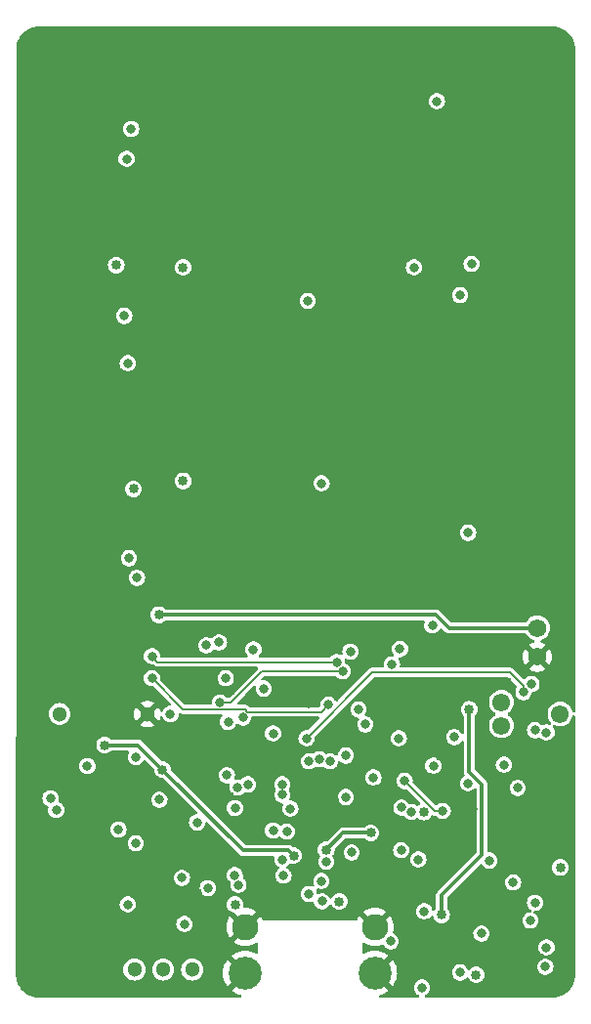
<source format=gbr>
%TF.GenerationSoftware,KiCad,Pcbnew,8.0.5*%
%TF.CreationDate,2024-09-24T06:40:10+02:00*%
%TF.ProjectId,PixelBytesHost,50697865-6c42-4797-9465-73486f73742e,rev?*%
%TF.SameCoordinates,Original*%
%TF.FileFunction,Copper,L2,Inr*%
%TF.FilePolarity,Positive*%
%FSLAX46Y46*%
G04 Gerber Fmt 4.6, Leading zero omitted, Abs format (unit mm)*
G04 Created by KiCad (PCBNEW 8.0.5) date 2024-09-24 06:40:10*
%MOMM*%
%LPD*%
G01*
G04 APERTURE LIST*
%TA.AperFunction,ComponentPad*%
%ADD10C,1.550000*%
%TD*%
%TA.AperFunction,ComponentPad*%
%ADD11C,2.280000*%
%TD*%
%TA.AperFunction,ComponentPad*%
%ADD12C,2.850000*%
%TD*%
%TA.AperFunction,ComponentPad*%
%ADD13C,1.300000*%
%TD*%
%TA.AperFunction,ComponentPad*%
%ADD14C,1.575000*%
%TD*%
%TA.AperFunction,ViaPad*%
%ADD15C,0.800000*%
%TD*%
%TA.AperFunction,ViaPad*%
%ADD16C,0.850000*%
%TD*%
%TA.AperFunction,Conductor*%
%ADD17C,0.200000*%
%TD*%
%TA.AperFunction,Conductor*%
%ADD18C,0.350000*%
%TD*%
G04 APERTURE END LIST*
D10*
%TO.N,N/C*%
%TO.C,J1*%
X160170000Y-105900000D03*
X155090000Y-106916000D03*
X155090000Y-104884000D03*
%TD*%
D11*
%TO.N,Vgnd_main*%
%TO.C,J2*%
X132880000Y-124350000D03*
D12*
X132880000Y-128350000D03*
X144120000Y-128350000D03*
D11*
X144120000Y-124350000D03*
%TD*%
D13*
%TO.N,Net-(LS1-+)*%
%TO.C,LS1*%
X116800000Y-105900000D03*
%TO.N,Vgnd_main*%
X124400000Y-105900000D03*
%TD*%
%TO.N,Vdc_battery*%
%TO.C,SW_Toggle1*%
X123275000Y-128050000D03*
%TO.N,In_Vcc*%
X125775000Y-128050000D03*
%TO.N,unconnected-(SW_Toggle1-Pad3)*%
X128275000Y-128050000D03*
%TD*%
D14*
%TO.N,Vdc_battery*%
%TO.C,J3*%
X158200000Y-98450000D03*
%TO.N,Vgnd_main*%
X158200000Y-100950000D03*
%TD*%
D15*
%TO.N,uc_supply*%
X128700000Y-115300000D03*
X133600000Y-100300000D03*
X134500000Y-103700000D03*
X123400000Y-117100000D03*
X133100000Y-112000000D03*
X146700000Y-111700000D03*
X130625000Y-99700000D03*
X144000000Y-111400000D03*
X121900000Y-115900000D03*
X150000000Y-114300000D03*
X146300000Y-100275000D03*
X145600000Y-101600000D03*
X136500000Y-116100000D03*
X131200000Y-102800000D03*
X136100000Y-112900000D03*
%TO.N,OSC2*%
X135295158Y-107574999D03*
X126400000Y-105900000D03*
X132700000Y-106200000D03*
%TO.N,OSC1*%
X131400000Y-106600000D03*
D16*
%TO.N,In_Vcc*%
X148362347Y-114387653D03*
%TO.N,Vgnd_main*%
X120800000Y-112000000D03*
X152612071Y-114142775D03*
X154100000Y-122500000D03*
X128700000Y-121400000D03*
X124300000Y-80300000D03*
X160600000Y-126600000D03*
X155600000Y-103100000D03*
X157000000Y-80600000D03*
X148400000Y-103800000D03*
X153400000Y-107100000D03*
X122500000Y-117700000D03*
X131500000Y-113000000D03*
X138400000Y-105000000D03*
X131100000Y-117400000D03*
X142600000Y-108000000D03*
X149812294Y-109574142D03*
X132800000Y-107700000D03*
X136500000Y-100400000D03*
X124300000Y-113300000D03*
X160110254Y-116495644D03*
X137900000Y-120000000D03*
X139300000Y-116464998D03*
X131600000Y-103900000D03*
X118600000Y-120000000D03*
X140599406Y-113322354D03*
%TO.N,BMS_Vcc*%
X149900000Y-123300000D03*
X132000000Y-122400000D03*
X141041585Y-122137979D03*
X152300000Y-105500000D03*
X152900000Y-128500000D03*
%TO.N,display_main*%
X137072403Y-118175866D03*
X121700000Y-67000000D03*
X139900000Y-117674998D03*
X123200000Y-86400000D03*
X143774998Y-116200000D03*
X160200000Y-119200000D03*
X120700000Y-108600000D03*
X125715686Y-110715686D03*
X127500000Y-85700000D03*
X127500000Y-67200000D03*
D15*
%TO.N,Net-(LED_green_bms1-K)*%
X148200000Y-129600000D03*
%TO.N,Net-(IC_BMS_TP1-PROG)*%
X153356502Y-124920723D03*
X157600000Y-123800000D03*
%TO.N,Net-(IC3-FB)*%
X156100000Y-120500000D03*
X154050000Y-118599997D03*
%TO.N,uc_enable_display*%
X156500000Y-112300000D03*
X141600000Y-113100000D03*
%TO.N,Net-(LED_Red_bms1-K)*%
X145500000Y-125600000D03*
%TO.N,SWDIO*%
X143300000Y-106800000D03*
X159000000Y-107500000D03*
X151000000Y-107900000D03*
X146200000Y-108000000D03*
%TO.N,reset*%
X138200000Y-108000000D03*
X157000000Y-104000000D03*
%TO.N,SWCLK*%
X158000000Y-107300000D03*
X157700000Y-103300000D03*
%TO.N,Net-(J2-CC1)*%
X136100000Y-118500000D03*
%TO.N,Net-(J2-CC2)*%
X136200000Y-119900000D03*
X132300000Y-120700000D03*
X139900002Y-118700000D03*
%TO.N,meas_bat_en*%
X142700000Y-105500000D03*
%TO.N,bat_meas*%
X149100000Y-98200000D03*
X140225735Y-109999998D03*
%TO.N,ISDS_SCL*%
X140800000Y-101400000D03*
X124800000Y-100900000D03*
%TO.N,ISDS_SDA*%
X124800000Y-102800000D03*
X140100000Y-105100000D03*
%TO.N,USB_D+*%
X139533884Y-122133884D03*
X147276992Y-114376992D03*
X138400000Y-121500000D03*
%TO.N,USB_D-*%
X146416560Y-114000000D03*
X139475735Y-120375735D03*
%TO.N,Net-(R11-Pad2)*%
X116500000Y-114200000D03*
%TO.N,Net-(R13-Pad2)*%
X122700000Y-122400000D03*
X129636659Y-120983707D03*
%TO.N,Net-(R14-Pad1)*%
X125445668Y-113325000D03*
%TO.N,Net-(R17-Pad2)*%
X136800000Y-114100000D03*
X132000000Y-114039998D03*
%TO.N,Net-(R19-Pad2)*%
X147900000Y-118500000D03*
X149184015Y-110384015D03*
X146400000Y-117705002D03*
X152200000Y-111900000D03*
%TO.N,Net-(R20-Pad2)*%
X158004747Y-122254113D03*
X159000000Y-126125000D03*
X151500000Y-128300000D03*
X158900000Y-127800000D03*
%TO.N,Net-(U1-Vdi_s5)*%
X147500000Y-67200000D03*
X122800000Y-92400000D03*
X139500000Y-85900000D03*
X152500000Y-66900000D03*
%TO.N,Net-(U1-Vdi_s3)*%
X138300000Y-70100000D03*
X122400000Y-71400000D03*
%TO.N,Net-(U1-Vdi_s2)*%
X122600000Y-57800000D03*
X149500000Y-52800000D03*
%TO.N,Net-(U1-Vdi_s6)*%
X152200000Y-90200000D03*
X123500000Y-94100000D03*
%TO.N,Net-(U1-Vdi_s4)*%
X122700000Y-75500000D03*
X151500000Y-69600000D03*
%TO.N,PWM_display*%
X139300000Y-109800000D03*
X123000000Y-55200000D03*
%TO.N,Buzzer*%
X141600000Y-109500000D03*
%TO.N,S_b*%
X155300000Y-110300000D03*
X138422503Y-109999998D03*
%TO.N,S_a*%
X148400000Y-123000000D03*
X142100000Y-117900000D03*
%TO.N,S_right*%
X135300000Y-116000000D03*
%TO.N,S_left*%
X119200000Y-110400000D03*
X136100000Y-112000000D03*
X131300000Y-111199998D03*
X116000000Y-113200000D03*
X123400000Y-109625000D03*
%TO.N,S_down*%
X131983988Y-119857302D03*
X127600000Y-124100000D03*
X127400000Y-120100000D03*
%TO.N,S_up*%
X132224786Y-112275214D03*
%TO.N,ISDS_int_0*%
X141325000Y-102200000D03*
X130700000Y-104900000D03*
%TO.N,ISDS_int_1*%
X129525000Y-99949498D03*
X142000000Y-100500000D03*
D16*
%TO.N,Vdc_battery*%
X125400000Y-97300000D03*
%TD*%
D17*
%TO.N,uc_supply*%
X149300000Y-114300000D02*
X146700000Y-111700000D01*
X150000000Y-114300000D02*
X149300000Y-114300000D01*
%TO.N,Vgnd_main*%
X140728407Y-111571593D02*
X140728407Y-113193353D01*
X142700000Y-108100000D02*
X142600000Y-108000000D01*
X140728407Y-111571593D02*
X142700000Y-109600000D01*
X142700000Y-109600000D02*
X142700000Y-108100000D01*
X140728407Y-113193353D02*
X140599406Y-113322354D01*
D18*
%TO.N,BMS_Vcc*%
X153412071Y-112016055D02*
X153412071Y-118087929D01*
X153412071Y-118087929D02*
X149900000Y-121600000D01*
X152300000Y-105500000D02*
X152300000Y-110903984D01*
X149900000Y-121600000D02*
X149900000Y-123300000D01*
X152300000Y-110903984D02*
X153412071Y-112016055D01*
%TO.N,display_main*%
X120700000Y-108600000D02*
X123600000Y-108600000D01*
X123600000Y-108600000D02*
X125715686Y-110715686D01*
X136621537Y-117725000D02*
X137072403Y-118175866D01*
X125715686Y-110715686D02*
X132725000Y-117725000D01*
X139900000Y-117674998D02*
X141374998Y-116200000D01*
X132725000Y-117725000D02*
X136621537Y-117725000D01*
X141374998Y-116200000D02*
X143774998Y-116200000D01*
D17*
%TO.N,reset*%
X155825305Y-102300000D02*
X157000000Y-103474695D01*
X157000000Y-104000000D02*
X156909000Y-103909000D01*
X138200000Y-108000000D02*
X143900000Y-102300000D01*
X143900000Y-102300000D02*
X155825305Y-102300000D01*
X157000000Y-103474695D02*
X157000000Y-104000000D01*
%TO.N,ISDS_SCL*%
X140800000Y-101400000D02*
X125300000Y-101400000D01*
X125300000Y-101400000D02*
X124800000Y-100900000D01*
%TO.N,ISDS_SDA*%
X132848529Y-105500000D02*
X127500000Y-105500000D01*
X140100000Y-105100000D02*
X139475000Y-105725000D01*
X133073529Y-105725000D02*
X132848529Y-105500000D01*
X127500000Y-105500000D02*
X124800000Y-102800000D01*
X139475000Y-105725000D02*
X133073529Y-105725000D01*
%TO.N,ISDS_int_0*%
X134325305Y-102200000D02*
X131625305Y-104900000D01*
X131625305Y-104900000D02*
X130700000Y-104900000D01*
X141325000Y-102200000D02*
X134325305Y-102200000D01*
D18*
%TO.N,Vdc_battery*%
X125400000Y-97300000D02*
X149400000Y-97300000D01*
X150550000Y-98450000D02*
X158200000Y-98450000D01*
X149400000Y-97300000D02*
X150550000Y-98450000D01*
%TD*%
%TA.AperFunction,Conductor*%
%TO.N,Vgnd_main*%
G36*
X159504043Y-46325765D02*
G01*
X159749632Y-46341861D01*
X159765690Y-46343976D01*
X159969394Y-46384495D01*
X160003064Y-46391193D01*
X160018731Y-46395391D01*
X160187510Y-46452683D01*
X160247913Y-46473188D01*
X160262890Y-46479391D01*
X160470539Y-46581792D01*
X160479960Y-46586438D01*
X160494007Y-46594548D01*
X160533528Y-46620955D01*
X160695245Y-46729011D01*
X160708106Y-46738879D01*
X160820036Y-46837039D01*
X160890071Y-46898459D01*
X160901540Y-46909928D01*
X161061117Y-47091890D01*
X161070991Y-47104758D01*
X161205451Y-47305992D01*
X161213561Y-47320039D01*
X161320605Y-47537102D01*
X161326812Y-47552088D01*
X161404608Y-47781268D01*
X161408806Y-47796935D01*
X161456021Y-48034298D01*
X161458139Y-48050379D01*
X161474235Y-48295956D01*
X161474500Y-48304066D01*
X161474500Y-105665898D01*
X161454815Y-105732937D01*
X161402011Y-105778692D01*
X161332853Y-105788636D01*
X161269297Y-105759611D01*
X161231523Y-105700833D01*
X161231266Y-105699947D01*
X161177171Y-105509820D01*
X161138457Y-105432072D01*
X161088329Y-105331401D01*
X161088324Y-105331393D01*
X160968207Y-105172333D01*
X160831200Y-105047436D01*
X160820910Y-105038055D01*
X160739776Y-104987819D01*
X160651447Y-104933127D01*
X160651445Y-104933126D01*
X160565933Y-104899999D01*
X160465586Y-104861124D01*
X160465582Y-104861123D01*
X160386639Y-104846366D01*
X160269660Y-104824500D01*
X160070340Y-104824500D01*
X159986297Y-104840210D01*
X159874417Y-104861123D01*
X159874415Y-104861123D01*
X159874414Y-104861124D01*
X159848418Y-104871195D01*
X159688554Y-104933126D01*
X159688552Y-104933127D01*
X159519088Y-105038056D01*
X159371792Y-105172333D01*
X159251675Y-105331393D01*
X159251670Y-105331401D01*
X159162830Y-105509816D01*
X159142884Y-105579920D01*
X159108767Y-105699832D01*
X159108282Y-105701535D01*
X159089892Y-105899999D01*
X159089892Y-105900000D01*
X159108282Y-106098464D01*
X159108282Y-106098466D01*
X159108283Y-106098469D01*
X159142884Y-106220080D01*
X159162830Y-106290183D01*
X159251670Y-106468598D01*
X159251675Y-106468606D01*
X159371791Y-106627664D01*
X159376889Y-106632312D01*
X159413168Y-106692025D01*
X159411405Y-106761872D01*
X159372159Y-106819678D01*
X159307891Y-106847090D01*
X159257775Y-106840920D01*
X159257508Y-106842005D01*
X159085056Y-106799500D01*
X158914944Y-106799500D01*
X158749774Y-106840209D01*
X158688505Y-106872366D01*
X158619996Y-106886090D01*
X158554943Y-106860597D01*
X158533211Y-106837636D01*
X158533157Y-106837685D01*
X158531686Y-106836025D01*
X158528828Y-106833005D01*
X158528184Y-106832072D01*
X158400849Y-106719263D01*
X158250226Y-106640210D01*
X158085056Y-106599500D01*
X157914944Y-106599500D01*
X157749773Y-106640210D01*
X157599150Y-106719263D01*
X157471816Y-106832072D01*
X157375182Y-106972068D01*
X157314860Y-107131125D01*
X157314859Y-107131130D01*
X157294355Y-107300000D01*
X157314859Y-107468869D01*
X157314860Y-107468874D01*
X157375182Y-107627931D01*
X157437475Y-107718177D01*
X157471817Y-107767929D01*
X157577505Y-107861560D01*
X157599150Y-107880736D01*
X157716279Y-107942210D01*
X157749775Y-107959790D01*
X157914944Y-108000500D01*
X158085056Y-108000500D01*
X158250225Y-107959790D01*
X158311493Y-107927633D01*
X158379999Y-107913908D01*
X158445053Y-107939400D01*
X158466789Y-107962362D01*
X158466843Y-107962315D01*
X158468272Y-107963928D01*
X158471162Y-107966981D01*
X158471814Y-107967926D01*
X158471816Y-107967928D01*
X158471817Y-107967929D01*
X158508018Y-108000000D01*
X158599150Y-108080736D01*
X158742045Y-108155733D01*
X158749775Y-108159790D01*
X158914944Y-108200500D01*
X159085056Y-108200500D01*
X159250225Y-108159790D01*
X159354970Y-108104815D01*
X159400849Y-108080736D01*
X159400850Y-108080734D01*
X159400852Y-108080734D01*
X159528183Y-107967929D01*
X159624818Y-107827930D01*
X159685140Y-107668872D01*
X159705645Y-107500000D01*
X159685140Y-107331128D01*
X159680641Y-107319266D01*
X159624818Y-107172070D01*
X159596559Y-107131130D01*
X159542907Y-107053402D01*
X159521025Y-106987050D01*
X159538490Y-106919398D01*
X159589758Y-106871928D01*
X159658551Y-106859711D01*
X159689751Y-106867336D01*
X159874414Y-106938876D01*
X160070340Y-106975500D01*
X160070342Y-106975500D01*
X160269658Y-106975500D01*
X160269660Y-106975500D01*
X160465586Y-106938876D01*
X160651446Y-106866873D01*
X160820910Y-106761945D01*
X160954447Y-106640210D01*
X160968207Y-106627666D01*
X160989100Y-106600000D01*
X161088326Y-106468604D01*
X161177171Y-106290180D01*
X161231234Y-106100164D01*
X161268512Y-106041074D01*
X161331822Y-106011516D01*
X161401062Y-106020878D01*
X161454248Y-106066187D01*
X161474496Y-106133059D01*
X161474500Y-106134101D01*
X161474500Y-128495933D01*
X161474235Y-128504043D01*
X161458139Y-128749620D01*
X161456021Y-128765701D01*
X161408806Y-129003064D01*
X161404608Y-129018731D01*
X161326812Y-129247911D01*
X161320605Y-129262897D01*
X161213561Y-129479960D01*
X161205451Y-129494007D01*
X161070991Y-129695241D01*
X161061117Y-129708109D01*
X160901540Y-129890071D01*
X160890071Y-129901540D01*
X160708109Y-130061117D01*
X160695241Y-130070991D01*
X160494007Y-130205451D01*
X160479960Y-130213561D01*
X160262897Y-130320605D01*
X160247911Y-130326812D01*
X160018731Y-130404608D01*
X160003064Y-130408806D01*
X159765701Y-130456021D01*
X159749620Y-130458139D01*
X159504043Y-130474235D01*
X159495933Y-130474500D01*
X148544217Y-130474500D01*
X148477178Y-130454815D01*
X148431423Y-130402011D01*
X148421479Y-130332853D01*
X148450504Y-130269297D01*
X148486591Y-130240704D01*
X148600849Y-130180736D01*
X148600850Y-130180734D01*
X148600852Y-130180734D01*
X148728183Y-130067929D01*
X148824818Y-129927930D01*
X148885140Y-129768872D01*
X148905645Y-129600000D01*
X148885140Y-129431128D01*
X148824818Y-129272070D01*
X148818486Y-129262897D01*
X148769466Y-129191879D01*
X148728183Y-129132071D01*
X148600852Y-129019266D01*
X148600849Y-129019263D01*
X148450226Y-128940210D01*
X148285056Y-128899500D01*
X148114944Y-128899500D01*
X147949773Y-128940210D01*
X147799150Y-129019263D01*
X147671816Y-129132072D01*
X147575182Y-129272068D01*
X147514860Y-129431125D01*
X147514859Y-129431130D01*
X147494355Y-129600000D01*
X147514859Y-129768869D01*
X147514860Y-129768874D01*
X147575182Y-129927931D01*
X147637475Y-130018177D01*
X147671817Y-130067929D01*
X147720772Y-130111299D01*
X147799150Y-130180736D01*
X147913409Y-130240704D01*
X147963622Y-130289289D01*
X147979596Y-130357308D01*
X147956261Y-130423165D01*
X147901024Y-130465952D01*
X147855783Y-130474500D01*
X144563242Y-130474500D01*
X144496203Y-130454815D01*
X144450448Y-130402011D01*
X144440504Y-130332853D01*
X144469529Y-130269297D01*
X144528307Y-130231523D01*
X144536884Y-130229334D01*
X144663711Y-130201744D01*
X144921722Y-130105511D01*
X145163386Y-129973552D01*
X145163387Y-129973551D01*
X145292984Y-129876536D01*
X144592972Y-129176524D01*
X144725590Y-129087913D01*
X144857913Y-128955590D01*
X144946525Y-128822972D01*
X145646536Y-129522984D01*
X145743551Y-129393387D01*
X145743552Y-129393386D01*
X145875511Y-129151722D01*
X145971744Y-128893711D01*
X146030272Y-128624661D01*
X146049917Y-128350001D01*
X146049917Y-128349998D01*
X146046341Y-128300000D01*
X150794355Y-128300000D01*
X150814859Y-128468869D01*
X150814860Y-128468874D01*
X150875182Y-128627931D01*
X150899013Y-128662455D01*
X150971817Y-128767929D01*
X151077505Y-128861560D01*
X151099150Y-128880736D01*
X151249773Y-128959789D01*
X151249775Y-128959790D01*
X151414944Y-129000500D01*
X151585056Y-129000500D01*
X151750225Y-128959790D01*
X151876127Y-128893711D01*
X151900849Y-128880736D01*
X151900850Y-128880734D01*
X151900852Y-128880734D01*
X152028183Y-128767929D01*
X152028186Y-128767924D01*
X152029266Y-128766706D01*
X152030283Y-128766067D01*
X152033797Y-128762955D01*
X152034314Y-128763538D01*
X152088452Y-128729574D01*
X152158318Y-128730336D01*
X152216681Y-128768749D01*
X152239129Y-128807969D01*
X152242211Y-128816775D01*
X152329192Y-128955204D01*
X152444796Y-129070808D01*
X152583225Y-129157789D01*
X152737539Y-129211786D01*
X152737542Y-129211786D01*
X152737544Y-129211787D01*
X152899996Y-129230091D01*
X152900000Y-129230091D01*
X152900004Y-129230091D01*
X153062455Y-129211787D01*
X153062456Y-129211786D01*
X153062461Y-129211786D01*
X153216775Y-129157789D01*
X153355204Y-129070808D01*
X153470808Y-128955204D01*
X153557789Y-128816775D01*
X153611786Y-128662461D01*
X153621007Y-128580623D01*
X153630091Y-128500003D01*
X153630091Y-128499996D01*
X153611787Y-128337544D01*
X153611786Y-128337542D01*
X153611786Y-128337539D01*
X153557789Y-128183225D01*
X153470808Y-128044796D01*
X153355204Y-127929192D01*
X153308755Y-127900006D01*
X153216774Y-127842210D01*
X153096144Y-127800000D01*
X158194355Y-127800000D01*
X158214859Y-127968869D01*
X158214860Y-127968874D01*
X158275182Y-128127931D01*
X158337475Y-128218177D01*
X158371817Y-128267929D01*
X158477505Y-128361560D01*
X158499150Y-128380736D01*
X158607648Y-128437680D01*
X158649775Y-128459790D01*
X158814944Y-128500500D01*
X158985056Y-128500500D01*
X159150225Y-128459790D01*
X159276847Y-128393333D01*
X159300849Y-128380736D01*
X159300850Y-128380734D01*
X159300852Y-128380734D01*
X159428183Y-128267929D01*
X159524818Y-128127930D01*
X159585140Y-127968872D01*
X159605645Y-127800000D01*
X159585140Y-127631128D01*
X159524818Y-127472070D01*
X159428183Y-127332071D01*
X159300852Y-127219266D01*
X159300849Y-127219263D01*
X159150226Y-127140210D01*
X158985056Y-127099500D01*
X158814944Y-127099500D01*
X158649773Y-127140210D01*
X158499150Y-127219263D01*
X158371816Y-127332072D01*
X158275182Y-127472068D01*
X158214860Y-127631125D01*
X158214859Y-127631130D01*
X158194355Y-127800000D01*
X153096144Y-127800000D01*
X153062455Y-127788212D01*
X152900004Y-127769909D01*
X152899996Y-127769909D01*
X152737544Y-127788212D01*
X152583225Y-127842210D01*
X152444797Y-127929191D01*
X152336625Y-128037363D01*
X152275302Y-128070847D01*
X152205610Y-128065863D01*
X152149677Y-128023991D01*
X152133004Y-127993656D01*
X152124818Y-127972070D01*
X152122608Y-127968869D01*
X152095221Y-127929192D01*
X152028183Y-127832071D01*
X151900852Y-127719266D01*
X151900849Y-127719263D01*
X151750226Y-127640210D01*
X151585056Y-127599500D01*
X151414944Y-127599500D01*
X151249773Y-127640210D01*
X151099150Y-127719263D01*
X150971816Y-127832072D01*
X150875182Y-127972068D01*
X150814860Y-128131125D01*
X150814859Y-128131130D01*
X150794355Y-128300000D01*
X146046341Y-128300000D01*
X146030272Y-128075338D01*
X145971744Y-127806288D01*
X145875511Y-127548277D01*
X145743552Y-127306613D01*
X145743547Y-127306605D01*
X145646537Y-127177015D01*
X145646536Y-127177014D01*
X144946524Y-127877026D01*
X144857913Y-127744410D01*
X144725590Y-127612087D01*
X144592971Y-127523474D01*
X145292984Y-126823461D01*
X145163394Y-126726452D01*
X145163386Y-126726447D01*
X144921721Y-126594488D01*
X144921722Y-126594488D01*
X144663711Y-126498255D01*
X144394661Y-126439727D01*
X144120001Y-126420083D01*
X144119999Y-126420083D01*
X143845338Y-126439727D01*
X143576288Y-126498255D01*
X143318278Y-126594488D01*
X143208927Y-126654199D01*
X143140654Y-126669051D01*
X143075190Y-126644634D01*
X143033318Y-126588701D01*
X143025500Y-126545367D01*
X143025500Y-125824144D01*
X143045185Y-125757105D01*
X143097989Y-125711350D01*
X143167147Y-125701406D01*
X143214290Y-125718417D01*
X143373153Y-125815769D01*
X143373156Y-125815771D01*
X143611644Y-125914555D01*
X143862650Y-125974816D01*
X144120000Y-125995070D01*
X144377349Y-125974816D01*
X144628347Y-125914557D01*
X144720714Y-125876297D01*
X144790184Y-125868828D01*
X144852663Y-125900102D01*
X144869796Y-125922533D01*
X144870921Y-125921757D01*
X144875182Y-125927930D01*
X144971817Y-126067929D01*
X145077505Y-126161560D01*
X145099150Y-126180736D01*
X145249773Y-126259789D01*
X145249775Y-126259790D01*
X145414944Y-126300500D01*
X145585056Y-126300500D01*
X145750225Y-126259790D01*
X145829692Y-126218081D01*
X145900849Y-126180736D01*
X145900850Y-126180734D01*
X145900852Y-126180734D01*
X145963763Y-126125000D01*
X158294355Y-126125000D01*
X158314859Y-126293869D01*
X158314860Y-126293874D01*
X158375182Y-126452931D01*
X158437475Y-126543177D01*
X158471817Y-126592929D01*
X158577505Y-126686560D01*
X158599150Y-126705736D01*
X158749773Y-126784789D01*
X158749775Y-126784790D01*
X158914944Y-126825500D01*
X159085056Y-126825500D01*
X159250225Y-126784790D01*
X159361387Y-126726447D01*
X159400849Y-126705736D01*
X159400850Y-126705734D01*
X159400852Y-126705734D01*
X159528183Y-126592929D01*
X159624818Y-126452930D01*
X159685140Y-126293872D01*
X159705645Y-126125000D01*
X159685140Y-125956128D01*
X159624818Y-125797070D01*
X159609625Y-125775060D01*
X159558785Y-125701406D01*
X159528183Y-125657071D01*
X159400852Y-125544266D01*
X159400849Y-125544263D01*
X159250226Y-125465210D01*
X159085056Y-125424500D01*
X158914944Y-125424500D01*
X158749773Y-125465210D01*
X158599150Y-125544263D01*
X158471816Y-125657072D01*
X158375182Y-125797068D01*
X158314860Y-125956125D01*
X158314859Y-125956130D01*
X158294355Y-126125000D01*
X145963763Y-126125000D01*
X146028183Y-126067929D01*
X146124818Y-125927930D01*
X146185140Y-125768872D01*
X146205645Y-125600000D01*
X146185140Y-125431128D01*
X146124818Y-125272070D01*
X146108654Y-125248653D01*
X146090476Y-125222318D01*
X146028183Y-125132071D01*
X145900852Y-125019266D01*
X145900849Y-125019263D01*
X145759936Y-124945306D01*
X145734529Y-124920723D01*
X152650857Y-124920723D01*
X152671361Y-125089592D01*
X152671362Y-125089597D01*
X152731684Y-125248654D01*
X152778827Y-125316951D01*
X152828319Y-125388652D01*
X152934007Y-125482283D01*
X152955652Y-125501459D01*
X153106275Y-125580512D01*
X153106277Y-125580513D01*
X153271446Y-125621223D01*
X153441558Y-125621223D01*
X153606727Y-125580513D01*
X153686194Y-125538804D01*
X153757351Y-125501459D01*
X153757352Y-125501457D01*
X153757354Y-125501457D01*
X153884685Y-125388652D01*
X153981320Y-125248653D01*
X154041642Y-125089595D01*
X154062147Y-124920723D01*
X154041642Y-124751851D01*
X153981320Y-124592793D01*
X153966749Y-124571684D01*
X153917614Y-124500500D01*
X153884685Y-124452794D01*
X153757354Y-124339989D01*
X153757351Y-124339986D01*
X153606728Y-124260933D01*
X153441558Y-124220223D01*
X153271446Y-124220223D01*
X153106275Y-124260933D01*
X152955652Y-124339986D01*
X152828318Y-124452795D01*
X152731684Y-124592791D01*
X152671362Y-124751848D01*
X152671361Y-124751853D01*
X152650857Y-124920723D01*
X145734529Y-124920723D01*
X145709723Y-124896721D01*
X145693749Y-124828702D01*
X145696988Y-124806562D01*
X145744816Y-124607347D01*
X145765070Y-124350000D01*
X145744816Y-124092650D01*
X145684555Y-123841644D01*
X145684555Y-123841643D01*
X145585771Y-123603156D01*
X145585769Y-123603153D01*
X145450890Y-123383052D01*
X145450885Y-123383046D01*
X145446103Y-123377447D01*
X144805231Y-124018319D01*
X144793503Y-123990005D01*
X144710330Y-123865528D01*
X144604472Y-123759670D01*
X144479995Y-123676497D01*
X144451679Y-123664768D01*
X145092551Y-123023895D01*
X145092551Y-123023894D01*
X145086951Y-123019111D01*
X145055765Y-123000000D01*
X147694355Y-123000000D01*
X147714859Y-123168869D01*
X147714860Y-123168874D01*
X147775182Y-123327931D01*
X147835657Y-123415542D01*
X147871817Y-123467929D01*
X147929765Y-123519266D01*
X147999150Y-123580736D01*
X148096961Y-123632071D01*
X148149775Y-123659790D01*
X148314944Y-123700500D01*
X148485056Y-123700500D01*
X148650225Y-123659790D01*
X148758137Y-123603153D01*
X148800849Y-123580736D01*
X148800850Y-123580734D01*
X148800852Y-123580734D01*
X148928183Y-123467929D01*
X148964343Y-123415541D01*
X149018626Y-123371552D01*
X149088074Y-123363892D01*
X149150639Y-123394995D01*
X149186457Y-123454986D01*
X149187282Y-123458378D01*
X149188213Y-123462458D01*
X149242210Y-123616774D01*
X149327402Y-123752356D01*
X149329192Y-123755204D01*
X149444796Y-123870808D01*
X149583225Y-123957789D01*
X149737539Y-124011786D01*
X149737542Y-124011786D01*
X149737544Y-124011787D01*
X149899996Y-124030091D01*
X149900000Y-124030091D01*
X149900004Y-124030091D01*
X150062455Y-124011787D01*
X150062456Y-124011786D01*
X150062461Y-124011786D01*
X150216775Y-123957789D01*
X150355204Y-123870808D01*
X150426012Y-123800000D01*
X156894355Y-123800000D01*
X156914859Y-123968869D01*
X156914860Y-123968874D01*
X156975182Y-124127931D01*
X156975448Y-124128316D01*
X157071817Y-124267929D01*
X157177505Y-124361560D01*
X157199150Y-124380736D01*
X157289071Y-124427930D01*
X157349775Y-124459790D01*
X157514944Y-124500500D01*
X157685056Y-124500500D01*
X157850225Y-124459790D01*
X157929692Y-124418081D01*
X158000849Y-124380736D01*
X158000850Y-124380734D01*
X158000852Y-124380734D01*
X158128183Y-124267929D01*
X158224818Y-124127930D01*
X158285140Y-123968872D01*
X158305645Y-123800000D01*
X158285140Y-123631128D01*
X158224818Y-123472070D01*
X158221958Y-123467927D01*
X158174726Y-123399500D01*
X158128183Y-123332071D01*
X158000852Y-123219266D01*
X158000850Y-123219265D01*
X158000849Y-123219264D01*
X157942060Y-123188409D01*
X157891848Y-123139825D01*
X157875873Y-123071806D01*
X157899208Y-123005948D01*
X157954444Y-122963161D01*
X157999686Y-122954613D01*
X158089803Y-122954613D01*
X158254972Y-122913903D01*
X158346807Y-122865704D01*
X158405596Y-122834849D01*
X158405597Y-122834847D01*
X158405599Y-122834847D01*
X158532930Y-122722042D01*
X158629565Y-122582043D01*
X158689887Y-122422985D01*
X158710392Y-122254113D01*
X158689887Y-122085241D01*
X158689122Y-122083225D01*
X158636624Y-121944796D01*
X158629565Y-121926183D01*
X158532930Y-121786184D01*
X158435084Y-121699500D01*
X158405596Y-121673376D01*
X158254973Y-121594323D01*
X158089803Y-121553613D01*
X157919691Y-121553613D01*
X157754520Y-121594323D01*
X157603897Y-121673376D01*
X157476563Y-121786185D01*
X157379929Y-121926181D01*
X157319607Y-122085238D01*
X157319606Y-122085243D01*
X157299102Y-122254113D01*
X157319606Y-122422982D01*
X157319607Y-122422987D01*
X157379929Y-122582044D01*
X157393575Y-122601813D01*
X157476564Y-122722042D01*
X157603895Y-122834847D01*
X157603897Y-122834848D01*
X157662687Y-122865704D01*
X157712899Y-122914288D01*
X157728874Y-122982307D01*
X157705539Y-123048165D01*
X157650303Y-123090952D01*
X157605061Y-123099500D01*
X157514944Y-123099500D01*
X157349773Y-123140210D01*
X157199150Y-123219263D01*
X157071816Y-123332072D01*
X156975182Y-123472068D01*
X156914860Y-123631125D01*
X156914859Y-123631130D01*
X156894355Y-123800000D01*
X150426012Y-123800000D01*
X150470808Y-123755204D01*
X150557789Y-123616775D01*
X150611786Y-123462461D01*
X150612246Y-123458378D01*
X150630091Y-123300003D01*
X150630091Y-123299996D01*
X150611787Y-123137544D01*
X150611786Y-123137542D01*
X150611786Y-123137539D01*
X150557789Y-122983225D01*
X150470808Y-122844796D01*
X150411819Y-122785807D01*
X150378334Y-122724484D01*
X150375500Y-122698126D01*
X150375500Y-121848320D01*
X150395185Y-121781281D01*
X150411814Y-121760644D01*
X151672458Y-120500000D01*
X155394355Y-120500000D01*
X155414859Y-120668869D01*
X155414860Y-120668874D01*
X155475182Y-120827931D01*
X155537475Y-120918177D01*
X155571817Y-120967929D01*
X155658394Y-121044629D01*
X155699150Y-121080736D01*
X155849773Y-121159789D01*
X155849775Y-121159790D01*
X156014944Y-121200500D01*
X156185056Y-121200500D01*
X156350225Y-121159790D01*
X156452455Y-121106135D01*
X156500849Y-121080736D01*
X156500850Y-121080734D01*
X156500852Y-121080734D01*
X156628183Y-120967929D01*
X156724818Y-120827930D01*
X156785140Y-120668872D01*
X156805645Y-120500000D01*
X156785140Y-120331128D01*
X156724818Y-120172070D01*
X156628183Y-120032071D01*
X156514244Y-119931130D01*
X156500849Y-119919263D01*
X156350226Y-119840210D01*
X156185056Y-119799500D01*
X156014944Y-119799500D01*
X155849773Y-119840210D01*
X155699150Y-119919263D01*
X155571816Y-120032072D01*
X155475182Y-120172068D01*
X155414860Y-120331125D01*
X155414859Y-120331130D01*
X155394355Y-120500000D01*
X151672458Y-120500000D01*
X153246201Y-118926256D01*
X153307522Y-118892773D01*
X153377214Y-118897757D01*
X153433147Y-118939629D01*
X153435928Y-118943496D01*
X153521817Y-119067926D01*
X153622138Y-119156802D01*
X153649150Y-119180733D01*
X153799773Y-119259786D01*
X153799775Y-119259787D01*
X153964944Y-119300497D01*
X154135056Y-119300497D01*
X154300225Y-119259787D01*
X154414133Y-119200003D01*
X154414146Y-119199996D01*
X159469909Y-119199996D01*
X159469909Y-119200003D01*
X159488212Y-119362455D01*
X159542210Y-119516774D01*
X159614657Y-119632072D01*
X159629192Y-119655204D01*
X159744796Y-119770808D01*
X159883225Y-119857789D01*
X160037539Y-119911786D01*
X160037542Y-119911786D01*
X160037544Y-119911787D01*
X160199996Y-119930091D01*
X160200000Y-119930091D01*
X160200004Y-119930091D01*
X160362455Y-119911787D01*
X160362456Y-119911786D01*
X160362461Y-119911786D01*
X160516775Y-119857789D01*
X160655204Y-119770808D01*
X160770808Y-119655204D01*
X160857789Y-119516775D01*
X160911786Y-119362461D01*
X160920959Y-119281051D01*
X160930091Y-119200003D01*
X160930091Y-119199996D01*
X160911787Y-119037544D01*
X160911786Y-119037542D01*
X160911786Y-119037539D01*
X160857789Y-118883225D01*
X160770808Y-118744796D01*
X160655204Y-118629192D01*
X160544752Y-118559790D01*
X160516774Y-118542210D01*
X160382939Y-118495379D01*
X160362461Y-118488214D01*
X160362460Y-118488213D01*
X160362455Y-118488212D01*
X160200004Y-118469909D01*
X160199996Y-118469909D01*
X160037544Y-118488212D01*
X159883225Y-118542210D01*
X159744795Y-118629192D01*
X159629192Y-118744795D01*
X159542210Y-118883225D01*
X159488212Y-119037544D01*
X159469909Y-119199996D01*
X154414146Y-119199996D01*
X154450849Y-119180733D01*
X154450850Y-119180731D01*
X154450852Y-119180731D01*
X154578183Y-119067926D01*
X154674818Y-118927927D01*
X154735140Y-118768869D01*
X154755645Y-118599997D01*
X154735140Y-118431125D01*
X154674818Y-118272067D01*
X154578183Y-118132068D01*
X154483316Y-118048023D01*
X154450849Y-118019260D01*
X154300226Y-117940207D01*
X154135056Y-117899497D01*
X154011571Y-117899497D01*
X153944532Y-117879812D01*
X153898777Y-117827008D01*
X153887571Y-117775497D01*
X153887571Y-112300000D01*
X155794355Y-112300000D01*
X155814859Y-112468869D01*
X155814860Y-112468874D01*
X155875182Y-112627931D01*
X155925274Y-112700500D01*
X155971817Y-112767929D01*
X156071170Y-112855948D01*
X156099150Y-112880736D01*
X156249773Y-112959789D01*
X156249775Y-112959790D01*
X156414944Y-113000500D01*
X156585056Y-113000500D01*
X156750225Y-112959790D01*
X156864144Y-112900000D01*
X156900849Y-112880736D01*
X156900850Y-112880734D01*
X156900852Y-112880734D01*
X157028183Y-112767929D01*
X157124818Y-112627930D01*
X157185140Y-112468872D01*
X157205645Y-112300000D01*
X157185140Y-112131128D01*
X157173524Y-112100500D01*
X157135410Y-112000000D01*
X157124818Y-111972070D01*
X157107709Y-111947284D01*
X157052934Y-111867929D01*
X157028183Y-111832071D01*
X156914244Y-111731130D01*
X156900849Y-111719263D01*
X156750226Y-111640210D01*
X156585056Y-111599500D01*
X156414944Y-111599500D01*
X156249773Y-111640210D01*
X156099150Y-111719263D01*
X156001761Y-111805543D01*
X155972882Y-111831128D01*
X155971816Y-111832072D01*
X155875182Y-111972068D01*
X155814860Y-112131125D01*
X155814859Y-112131130D01*
X155794355Y-112300000D01*
X153887571Y-112300000D01*
X153887571Y-111953455D01*
X153887571Y-111953454D01*
X153855166Y-111832519D01*
X153792566Y-111724091D01*
X153704035Y-111635560D01*
X152811819Y-110743344D01*
X152778334Y-110682021D01*
X152775500Y-110655663D01*
X152775500Y-110300000D01*
X154594355Y-110300000D01*
X154614859Y-110468869D01*
X154614860Y-110468874D01*
X154675182Y-110627931D01*
X154725272Y-110700498D01*
X154771817Y-110767929D01*
X154866651Y-110851944D01*
X154899150Y-110880736D01*
X154996961Y-110932071D01*
X155049775Y-110959790D01*
X155214944Y-111000500D01*
X155385056Y-111000500D01*
X155550225Y-110959790D01*
X155629692Y-110918081D01*
X155700849Y-110880736D01*
X155700850Y-110880734D01*
X155700852Y-110880734D01*
X155828183Y-110767929D01*
X155924818Y-110627930D01*
X155985140Y-110468872D01*
X156005645Y-110300000D01*
X155985140Y-110131128D01*
X155924818Y-109972070D01*
X155921958Y-109967927D01*
X155877271Y-109903187D01*
X155828183Y-109832071D01*
X155700852Y-109719266D01*
X155700849Y-109719263D01*
X155550226Y-109640210D01*
X155385056Y-109599500D01*
X155214944Y-109599500D01*
X155049773Y-109640210D01*
X154899150Y-109719263D01*
X154804314Y-109803281D01*
X154772882Y-109831128D01*
X154771816Y-109832072D01*
X154675182Y-109972068D01*
X154614860Y-110131125D01*
X154614859Y-110131130D01*
X154594355Y-110300000D01*
X152775500Y-110300000D01*
X152775500Y-106101874D01*
X152795185Y-106034835D01*
X152811819Y-106014193D01*
X152820585Y-106005427D01*
X152870808Y-105955204D01*
X152957789Y-105816775D01*
X153011786Y-105662461D01*
X153013424Y-105647927D01*
X153030091Y-105500003D01*
X153030091Y-105499996D01*
X153011787Y-105337544D01*
X153011786Y-105337542D01*
X153011786Y-105337539D01*
X152957789Y-105183225D01*
X152870808Y-105044796D01*
X152755204Y-104929192D01*
X152739402Y-104919263D01*
X152683280Y-104883999D01*
X154009892Y-104883999D01*
X154009892Y-104884000D01*
X154028282Y-105082464D01*
X154028282Y-105082466D01*
X154028283Y-105082469D01*
X154080747Y-105266861D01*
X154082830Y-105274183D01*
X154171670Y-105452598D01*
X154171675Y-105452606D01*
X154291792Y-105611666D01*
X154402766Y-105712831D01*
X154439090Y-105745945D01*
X154490013Y-105777475D01*
X154517626Y-105794573D01*
X154564261Y-105846602D01*
X154575365Y-105915583D01*
X154547411Y-105979618D01*
X154517626Y-106005427D01*
X154439088Y-106054056D01*
X154291792Y-106188333D01*
X154171675Y-106347393D01*
X154171670Y-106347401D01*
X154082830Y-106525816D01*
X154028282Y-106717535D01*
X154009892Y-106915999D01*
X154009892Y-106916000D01*
X154028282Y-107114464D01*
X154028282Y-107114466D01*
X154028283Y-107114469D01*
X154081071Y-107300000D01*
X154082830Y-107306183D01*
X154171670Y-107484598D01*
X154171675Y-107484606D01*
X154291792Y-107643666D01*
X154387731Y-107731125D01*
X154439090Y-107777945D01*
X154528220Y-107833132D01*
X154605102Y-107880736D01*
X154608554Y-107882873D01*
X154794414Y-107954876D01*
X154990340Y-107991500D01*
X154990342Y-107991500D01*
X155189658Y-107991500D01*
X155189660Y-107991500D01*
X155385586Y-107954876D01*
X155571446Y-107882873D01*
X155740910Y-107777945D01*
X155888209Y-107643664D01*
X156008326Y-107484604D01*
X156097171Y-107306180D01*
X156151717Y-107114469D01*
X156170108Y-106916000D01*
X156151717Y-106717531D01*
X156097171Y-106525820D01*
X156050020Y-106431128D01*
X156008329Y-106347401D01*
X156008324Y-106347393D01*
X155888207Y-106188333D01*
X155740911Y-106054056D01*
X155740910Y-106054055D01*
X155662372Y-106005426D01*
X155615738Y-105953399D01*
X155604634Y-105884417D01*
X155632587Y-105820383D01*
X155662373Y-105794573D01*
X155740910Y-105745945D01*
X155888209Y-105611664D01*
X156008326Y-105452604D01*
X156097171Y-105274180D01*
X156151717Y-105082469D01*
X156170108Y-104884000D01*
X156151717Y-104685531D01*
X156097171Y-104493820D01*
X156081915Y-104463181D01*
X156008329Y-104315401D01*
X156008324Y-104315393D01*
X155888207Y-104156333D01*
X155740911Y-104022056D01*
X155740910Y-104022055D01*
X155640349Y-103959790D01*
X155571447Y-103917127D01*
X155571445Y-103917126D01*
X155489379Y-103885334D01*
X155385586Y-103845124D01*
X155385582Y-103845123D01*
X155306639Y-103830366D01*
X155189660Y-103808500D01*
X154990340Y-103808500D01*
X154900254Y-103825339D01*
X154794417Y-103845123D01*
X154794415Y-103845123D01*
X154794414Y-103845124D01*
X154742517Y-103865229D01*
X154608554Y-103917126D01*
X154608552Y-103917127D01*
X154439088Y-104022056D01*
X154291792Y-104156333D01*
X154171675Y-104315393D01*
X154171670Y-104315401D01*
X154082830Y-104493816D01*
X154028282Y-104685535D01*
X154009892Y-104883999D01*
X152683280Y-104883999D01*
X152616774Y-104842210D01*
X152462455Y-104788212D01*
X152300004Y-104769909D01*
X152299996Y-104769909D01*
X152137544Y-104788212D01*
X151983225Y-104842210D01*
X151844795Y-104929192D01*
X151729192Y-105044795D01*
X151642210Y-105183225D01*
X151588212Y-105337544D01*
X151569909Y-105499996D01*
X151569909Y-105500003D01*
X151588212Y-105662455D01*
X151642210Y-105816774D01*
X151729192Y-105955204D01*
X151788181Y-106014193D01*
X151821666Y-106075516D01*
X151824500Y-106101874D01*
X151824500Y-107463429D01*
X151804815Y-107530468D01*
X151752011Y-107576223D01*
X151682853Y-107586167D01*
X151619297Y-107557142D01*
X151598450Y-107533870D01*
X151575071Y-107500000D01*
X151528183Y-107432071D01*
X151414244Y-107331130D01*
X151400849Y-107319263D01*
X151250226Y-107240210D01*
X151085056Y-107199500D01*
X150914944Y-107199500D01*
X150749773Y-107240210D01*
X150599150Y-107319263D01*
X150471816Y-107432072D01*
X150375182Y-107572068D01*
X150314860Y-107731125D01*
X150314859Y-107731130D01*
X150294355Y-107900000D01*
X150314859Y-108068869D01*
X150314860Y-108068874D01*
X150375182Y-108227931D01*
X150428776Y-108305574D01*
X150471817Y-108367929D01*
X150577505Y-108461560D01*
X150599150Y-108480736D01*
X150749773Y-108559789D01*
X150749775Y-108559790D01*
X150914944Y-108600500D01*
X151085056Y-108600500D01*
X151250225Y-108559790D01*
X151329692Y-108518081D01*
X151400849Y-108480736D01*
X151400850Y-108480734D01*
X151400852Y-108480734D01*
X151528183Y-108367929D01*
X151598450Y-108266129D01*
X151652733Y-108222140D01*
X151722182Y-108214480D01*
X151784746Y-108245584D01*
X151820564Y-108305574D01*
X151824500Y-108336570D01*
X151824500Y-110841383D01*
X151824500Y-110966585D01*
X151842152Y-111032461D01*
X151856905Y-111087521D01*
X151856907Y-111087524D01*
X151881608Y-111130309D01*
X151898079Y-111198209D01*
X151875226Y-111264236D01*
X151831849Y-111302102D01*
X151799149Y-111319264D01*
X151671816Y-111432072D01*
X151575182Y-111572068D01*
X151514860Y-111731125D01*
X151514859Y-111731130D01*
X151494355Y-111900000D01*
X151514859Y-112068869D01*
X151514860Y-112068874D01*
X151575182Y-112227931D01*
X151624929Y-112300000D01*
X151671817Y-112367929D01*
X151769070Y-112454087D01*
X151799150Y-112480736D01*
X151949773Y-112559789D01*
X151949775Y-112559790D01*
X152114944Y-112600500D01*
X152285056Y-112600500D01*
X152450225Y-112559790D01*
X152600852Y-112480734D01*
X152702367Y-112390800D01*
X152730344Y-112366015D01*
X152793577Y-112336293D01*
X152862841Y-112345477D01*
X152916144Y-112390649D01*
X152936564Y-112457468D01*
X152936571Y-112458830D01*
X152936571Y-117839608D01*
X152916886Y-117906647D01*
X152900252Y-117927289D01*
X149519506Y-121308034D01*
X149519504Y-121308037D01*
X149456905Y-121416463D01*
X149424500Y-121537400D01*
X149424500Y-122698126D01*
X149404815Y-122765165D01*
X149388181Y-122785807D01*
X149329193Y-122844794D01*
X149311781Y-122872505D01*
X149259445Y-122918795D01*
X149190392Y-122929442D01*
X149126544Y-122901066D01*
X149088173Y-122842675D01*
X149086390Y-122836202D01*
X149085141Y-122831138D01*
X149085140Y-122831128D01*
X149024818Y-122672070D01*
X148928183Y-122532071D01*
X148800852Y-122419266D01*
X148800849Y-122419263D01*
X148650226Y-122340210D01*
X148485056Y-122299500D01*
X148314944Y-122299500D01*
X148149773Y-122340210D01*
X147999150Y-122419263D01*
X147871816Y-122532072D01*
X147775182Y-122672068D01*
X147714860Y-122831125D01*
X147714859Y-122831130D01*
X147694355Y-123000000D01*
X145055765Y-123000000D01*
X144866846Y-122884230D01*
X144866843Y-122884228D01*
X144628355Y-122785444D01*
X144377349Y-122725183D01*
X144120000Y-122704929D01*
X143862650Y-122725183D01*
X143611644Y-122785444D01*
X143611643Y-122785444D01*
X143373156Y-122884228D01*
X143373153Y-122884230D01*
X143153057Y-123019105D01*
X143153052Y-123019109D01*
X143147447Y-123023894D01*
X143788321Y-123664768D01*
X143760005Y-123676497D01*
X143635528Y-123759670D01*
X143529670Y-123865528D01*
X143446497Y-123990005D01*
X143434768Y-124018321D01*
X142793894Y-123377447D01*
X142789109Y-123383052D01*
X142789105Y-123383057D01*
X142654230Y-123603153D01*
X142654229Y-123603155D01*
X142614964Y-123697952D01*
X142571124Y-123752356D01*
X142504830Y-123774421D01*
X142500403Y-123774500D01*
X134499597Y-123774500D01*
X134432558Y-123754815D01*
X134386803Y-123702011D01*
X134385036Y-123697952D01*
X134345770Y-123603155D01*
X134345769Y-123603153D01*
X134210890Y-123383052D01*
X134210885Y-123383046D01*
X134206103Y-123377447D01*
X133565231Y-124018320D01*
X133553503Y-123990005D01*
X133470330Y-123865528D01*
X133364472Y-123759670D01*
X133239995Y-123676497D01*
X133211679Y-123664768D01*
X133852551Y-123023895D01*
X133852551Y-123023894D01*
X133846951Y-123019111D01*
X133626846Y-122884230D01*
X133626843Y-122884228D01*
X133388355Y-122785444D01*
X133137349Y-122725183D01*
X132879999Y-122704929D01*
X132843749Y-122707782D01*
X132775372Y-122693417D01*
X132725616Y-122644366D01*
X132710277Y-122576201D01*
X132711266Y-122569411D01*
X132711007Y-122569382D01*
X132730091Y-122400003D01*
X132730091Y-122399996D01*
X132711787Y-122237544D01*
X132711786Y-122237542D01*
X132711786Y-122237539D01*
X132657789Y-122083225D01*
X132570808Y-121944796D01*
X132455204Y-121829192D01*
X132386759Y-121786185D01*
X132316774Y-121742210D01*
X132162455Y-121688212D01*
X132000004Y-121669909D01*
X131999996Y-121669909D01*
X131837544Y-121688212D01*
X131683225Y-121742210D01*
X131544795Y-121829192D01*
X131429192Y-121944795D01*
X131342210Y-122083225D01*
X131288212Y-122237544D01*
X131269909Y-122399996D01*
X131269909Y-122400003D01*
X131288212Y-122562455D01*
X131342210Y-122716774D01*
X131385359Y-122785444D01*
X131429192Y-122855204D01*
X131544796Y-122970808D01*
X131683225Y-123057789D01*
X131837539Y-123111786D01*
X131837542Y-123111786D01*
X131837544Y-123111787D01*
X131913982Y-123120399D01*
X131972260Y-123126965D01*
X132036673Y-123154031D01*
X132046057Y-123162504D01*
X132548321Y-123664768D01*
X132520005Y-123676497D01*
X132395528Y-123759670D01*
X132289670Y-123865528D01*
X132206497Y-123990005D01*
X132194768Y-124018321D01*
X131553894Y-123377447D01*
X131549109Y-123383052D01*
X131549105Y-123383057D01*
X131414230Y-123603153D01*
X131414228Y-123603156D01*
X131315444Y-123841643D01*
X131315444Y-123841644D01*
X131255183Y-124092650D01*
X131234929Y-124350000D01*
X131255183Y-124607349D01*
X131315444Y-124858355D01*
X131315444Y-124858356D01*
X131414228Y-125096843D01*
X131414230Y-125096846D01*
X131549111Y-125316951D01*
X131553895Y-125322551D01*
X132194768Y-124681678D01*
X132206497Y-124709995D01*
X132289670Y-124834472D01*
X132395528Y-124940330D01*
X132520005Y-125023503D01*
X132548320Y-125035231D01*
X131907447Y-125676103D01*
X131907447Y-125676104D01*
X131913046Y-125680885D01*
X131913052Y-125680890D01*
X132133153Y-125815769D01*
X132133156Y-125815771D01*
X132371644Y-125914555D01*
X132622650Y-125974816D01*
X132880000Y-125995070D01*
X133137349Y-125974816D01*
X133388355Y-125914555D01*
X133388356Y-125914555D01*
X133626843Y-125815771D01*
X133626846Y-125815769D01*
X133785710Y-125718417D01*
X133853155Y-125700172D01*
X133919758Y-125721288D01*
X133964372Y-125775060D01*
X133974500Y-125824144D01*
X133974500Y-126545367D01*
X133954815Y-126612406D01*
X133902011Y-126658161D01*
X133832853Y-126668105D01*
X133791073Y-126654199D01*
X133681721Y-126594488D01*
X133681722Y-126594488D01*
X133423711Y-126498255D01*
X133154661Y-126439727D01*
X132880001Y-126420083D01*
X132879999Y-126420083D01*
X132605338Y-126439727D01*
X132336288Y-126498255D01*
X132078277Y-126594488D01*
X131836613Y-126726447D01*
X131707015Y-126823462D01*
X132407027Y-127523474D01*
X132274410Y-127612087D01*
X132142087Y-127744410D01*
X132053474Y-127877027D01*
X131353462Y-127177015D01*
X131256447Y-127306613D01*
X131124488Y-127548277D01*
X131028255Y-127806288D01*
X130969727Y-128075338D01*
X130950083Y-128349998D01*
X130950083Y-128350001D01*
X130969727Y-128624661D01*
X131028255Y-128893711D01*
X131124488Y-129151722D01*
X131256447Y-129393386D01*
X131256452Y-129393394D01*
X131353461Y-129522983D01*
X131353462Y-129522984D01*
X132053474Y-128822972D01*
X132142087Y-128955590D01*
X132274410Y-129087913D01*
X132407026Y-129176524D01*
X131707014Y-129876536D01*
X131707015Y-129876537D01*
X131836605Y-129973547D01*
X131836613Y-129973552D01*
X132078278Y-130105511D01*
X132078277Y-130105511D01*
X132336288Y-130201744D01*
X132463116Y-130229334D01*
X132524439Y-130262819D01*
X132557924Y-130324142D01*
X132552940Y-130393834D01*
X132511068Y-130449767D01*
X132445604Y-130474184D01*
X132436758Y-130474500D01*
X115004067Y-130474500D01*
X114995957Y-130474235D01*
X114750379Y-130458139D01*
X114734298Y-130456021D01*
X114496935Y-130408806D01*
X114481268Y-130404608D01*
X114252088Y-130326812D01*
X114237102Y-130320605D01*
X114236917Y-130320514D01*
X114196333Y-130300500D01*
X114020039Y-130213561D01*
X114005992Y-130205451D01*
X113804758Y-130070991D01*
X113791890Y-130061117D01*
X113609928Y-129901540D01*
X113598459Y-129890071D01*
X113438882Y-129708109D01*
X113429008Y-129695241D01*
X113383893Y-129627722D01*
X113294548Y-129494007D01*
X113286438Y-129479960D01*
X113243744Y-129393386D01*
X113179391Y-129262890D01*
X113173187Y-129247911D01*
X113095391Y-129018731D01*
X113091193Y-129003064D01*
X113081673Y-128955204D01*
X113043976Y-128765690D01*
X113041861Y-128749632D01*
X113025765Y-128504043D01*
X113025500Y-128495933D01*
X113025500Y-128050000D01*
X122319901Y-128050000D01*
X122338252Y-128236331D01*
X122338253Y-128236333D01*
X122392604Y-128415502D01*
X122480862Y-128580623D01*
X122480864Y-128580626D01*
X122599642Y-128725357D01*
X122744373Y-128844135D01*
X122744376Y-128844137D01*
X122841412Y-128896003D01*
X122909499Y-128932396D01*
X123088666Y-128986746D01*
X123088668Y-128986747D01*
X123105374Y-128988392D01*
X123275000Y-129005099D01*
X123461331Y-128986747D01*
X123640501Y-128932396D01*
X123805625Y-128844136D01*
X123950357Y-128725357D01*
X124069136Y-128580625D01*
X124157396Y-128415501D01*
X124211747Y-128236331D01*
X124230099Y-128050000D01*
X124819901Y-128050000D01*
X124838252Y-128236331D01*
X124838253Y-128236333D01*
X124892604Y-128415502D01*
X124980862Y-128580623D01*
X124980864Y-128580626D01*
X125099642Y-128725357D01*
X125244373Y-128844135D01*
X125244376Y-128844137D01*
X125341412Y-128896003D01*
X125409499Y-128932396D01*
X125588666Y-128986746D01*
X125588668Y-128986747D01*
X125605374Y-128988392D01*
X125775000Y-129005099D01*
X125961331Y-128986747D01*
X126140501Y-128932396D01*
X126305625Y-128844136D01*
X126450357Y-128725357D01*
X126569136Y-128580625D01*
X126657396Y-128415501D01*
X126711747Y-128236331D01*
X126730099Y-128050000D01*
X127319901Y-128050000D01*
X127338252Y-128236331D01*
X127338253Y-128236333D01*
X127392604Y-128415502D01*
X127480862Y-128580623D01*
X127480864Y-128580626D01*
X127599642Y-128725357D01*
X127744373Y-128844135D01*
X127744376Y-128844137D01*
X127841412Y-128896003D01*
X127909499Y-128932396D01*
X128088666Y-128986746D01*
X128088668Y-128986747D01*
X128105374Y-128988392D01*
X128275000Y-129005099D01*
X128461331Y-128986747D01*
X128640501Y-128932396D01*
X128805625Y-128844136D01*
X128950357Y-128725357D01*
X129069136Y-128580625D01*
X129157396Y-128415501D01*
X129211747Y-128236331D01*
X129230099Y-128050000D01*
X129211747Y-127863669D01*
X129157396Y-127684499D01*
X129118691Y-127612087D01*
X129069137Y-127519376D01*
X129069135Y-127519373D01*
X128950357Y-127374642D01*
X128805626Y-127255864D01*
X128805623Y-127255862D01*
X128640502Y-127167604D01*
X128461333Y-127113253D01*
X128461331Y-127113252D01*
X128275000Y-127094901D01*
X128088668Y-127113252D01*
X128088666Y-127113253D01*
X127909497Y-127167604D01*
X127744376Y-127255862D01*
X127744373Y-127255864D01*
X127599642Y-127374642D01*
X127480864Y-127519373D01*
X127480862Y-127519376D01*
X127392604Y-127684497D01*
X127338253Y-127863666D01*
X127338252Y-127863668D01*
X127319901Y-128050000D01*
X126730099Y-128050000D01*
X126711747Y-127863669D01*
X126657396Y-127684499D01*
X126618691Y-127612087D01*
X126569137Y-127519376D01*
X126569135Y-127519373D01*
X126450357Y-127374642D01*
X126305626Y-127255864D01*
X126305623Y-127255862D01*
X126140502Y-127167604D01*
X125961333Y-127113253D01*
X125961331Y-127113252D01*
X125775000Y-127094901D01*
X125588668Y-127113252D01*
X125588666Y-127113253D01*
X125409497Y-127167604D01*
X125244376Y-127255862D01*
X125244373Y-127255864D01*
X125099642Y-127374642D01*
X124980864Y-127519373D01*
X124980862Y-127519376D01*
X124892604Y-127684497D01*
X124838253Y-127863666D01*
X124838252Y-127863668D01*
X124819901Y-128050000D01*
X124230099Y-128050000D01*
X124211747Y-127863669D01*
X124157396Y-127684499D01*
X124118691Y-127612087D01*
X124069137Y-127519376D01*
X124069135Y-127519373D01*
X123950357Y-127374642D01*
X123805626Y-127255864D01*
X123805623Y-127255862D01*
X123640502Y-127167604D01*
X123461333Y-127113253D01*
X123461331Y-127113252D01*
X123275000Y-127094901D01*
X123088668Y-127113252D01*
X123088666Y-127113253D01*
X122909497Y-127167604D01*
X122744376Y-127255862D01*
X122744373Y-127255864D01*
X122599642Y-127374642D01*
X122480864Y-127519373D01*
X122480862Y-127519376D01*
X122392604Y-127684497D01*
X122338253Y-127863666D01*
X122338252Y-127863668D01*
X122319901Y-128050000D01*
X113025500Y-128050000D01*
X113025500Y-124100000D01*
X126894355Y-124100000D01*
X126914859Y-124268869D01*
X126914860Y-124268874D01*
X126975182Y-124427931D01*
X127025274Y-124500500D01*
X127071817Y-124567929D01*
X127177505Y-124661560D01*
X127199150Y-124680736D01*
X127334652Y-124751853D01*
X127349775Y-124759790D01*
X127514944Y-124800500D01*
X127685056Y-124800500D01*
X127850225Y-124759790D01*
X127929692Y-124718081D01*
X128000849Y-124680736D01*
X128000850Y-124680734D01*
X128000852Y-124680734D01*
X128128183Y-124567929D01*
X128224818Y-124427930D01*
X128285140Y-124268872D01*
X128305645Y-124100000D01*
X128285140Y-123931128D01*
X128224818Y-123772070D01*
X128211210Y-123752356D01*
X128175416Y-123700500D01*
X128128183Y-123632071D01*
X128000852Y-123519266D01*
X128000849Y-123519263D01*
X127850226Y-123440210D01*
X127685056Y-123399500D01*
X127514944Y-123399500D01*
X127349773Y-123440210D01*
X127199150Y-123519263D01*
X127082638Y-123622484D01*
X127072882Y-123631128D01*
X127071816Y-123632072D01*
X126975182Y-123772068D01*
X126914860Y-123931125D01*
X126914859Y-123931130D01*
X126894355Y-124100000D01*
X113025500Y-124100000D01*
X113025500Y-122400000D01*
X121994355Y-122400000D01*
X122014859Y-122568869D01*
X122014860Y-122568874D01*
X122075182Y-122727931D01*
X122137475Y-122818177D01*
X122171817Y-122867929D01*
X122269663Y-122954613D01*
X122299150Y-122980736D01*
X122445962Y-123057789D01*
X122449775Y-123059790D01*
X122614944Y-123100500D01*
X122785056Y-123100500D01*
X122950225Y-123059790D01*
X123029692Y-123018081D01*
X123100849Y-122980736D01*
X123100850Y-122980734D01*
X123100852Y-122980734D01*
X123228183Y-122867929D01*
X123324818Y-122727930D01*
X123385140Y-122568872D01*
X123405645Y-122400000D01*
X123385140Y-122231128D01*
X123373524Y-122200500D01*
X123329048Y-122083225D01*
X123324818Y-122072070D01*
X123228183Y-121932071D01*
X123100852Y-121819266D01*
X123100849Y-121819263D01*
X122950226Y-121740210D01*
X122785056Y-121699500D01*
X122614944Y-121699500D01*
X122449773Y-121740210D01*
X122299150Y-121819263D01*
X122223817Y-121886003D01*
X122178466Y-121926181D01*
X122171816Y-121932072D01*
X122075182Y-122072068D01*
X122014860Y-122231125D01*
X122014859Y-122231130D01*
X121994355Y-122400000D01*
X113025500Y-122400000D01*
X113025500Y-120983707D01*
X128931014Y-120983707D01*
X128951518Y-121152576D01*
X128951519Y-121152581D01*
X129011841Y-121311638D01*
X129045078Y-121359789D01*
X129108476Y-121451636D01*
X129155975Y-121493716D01*
X129235809Y-121564443D01*
X129386432Y-121643496D01*
X129386434Y-121643497D01*
X129551603Y-121684207D01*
X129721715Y-121684207D01*
X129886884Y-121643497D01*
X129995019Y-121586743D01*
X130037508Y-121564443D01*
X130037509Y-121564441D01*
X130037511Y-121564441D01*
X130110250Y-121500000D01*
X137694355Y-121500000D01*
X137714859Y-121668869D01*
X137714860Y-121668874D01*
X137775182Y-121827931D01*
X137789256Y-121848320D01*
X137871817Y-121967929D01*
X137961228Y-122047140D01*
X137999150Y-122080736D01*
X138138537Y-122153892D01*
X138149775Y-122159790D01*
X138314944Y-122200500D01*
X138485056Y-122200500D01*
X138650225Y-122159790D01*
X138661462Y-122153891D01*
X138729970Y-122140166D01*
X138795023Y-122165657D01*
X138835968Y-122222273D01*
X138842185Y-122248741D01*
X138848743Y-122302752D01*
X138848744Y-122302758D01*
X138909066Y-122461815D01*
X138957561Y-122532071D01*
X139005701Y-122601813D01*
X139053734Y-122644366D01*
X139133034Y-122714620D01*
X139229340Y-122765165D01*
X139283659Y-122793674D01*
X139448828Y-122834384D01*
X139618940Y-122834384D01*
X139784109Y-122793674D01*
X139863576Y-122751965D01*
X139934733Y-122714620D01*
X139934734Y-122714618D01*
X139934736Y-122714618D01*
X140062067Y-122601813D01*
X140158702Y-122461814D01*
X140158703Y-122461810D01*
X140162186Y-122455175D01*
X140164519Y-122456399D01*
X140199141Y-122410658D01*
X140264734Y-122386589D01*
X140332927Y-122401802D01*
X140379718Y-122449092D01*
X140380091Y-122448858D01*
X140381142Y-122450531D01*
X140382070Y-122451469D01*
X140383528Y-122454328D01*
X140432378Y-122532071D01*
X140470777Y-122593183D01*
X140586381Y-122708787D01*
X140724810Y-122795768D01*
X140879124Y-122849765D01*
X140879127Y-122849765D01*
X140879129Y-122849766D01*
X141041581Y-122868070D01*
X141041585Y-122868070D01*
X141041589Y-122868070D01*
X141204040Y-122849766D01*
X141204041Y-122849765D01*
X141204046Y-122849765D01*
X141358360Y-122795768D01*
X141496789Y-122708787D01*
X141612393Y-122593183D01*
X141699374Y-122454754D01*
X141753371Y-122300440D01*
X141760458Y-122237544D01*
X141771676Y-122137982D01*
X141771676Y-122137975D01*
X141753372Y-121975523D01*
X141753371Y-121975521D01*
X141753371Y-121975518D01*
X141699374Y-121821204D01*
X141612393Y-121682775D01*
X141496789Y-121567171D01*
X141449407Y-121537399D01*
X141358359Y-121480189D01*
X141204040Y-121426191D01*
X141041589Y-121407888D01*
X141041581Y-121407888D01*
X140879129Y-121426191D01*
X140724810Y-121480189D01*
X140586380Y-121567171D01*
X140470777Y-121682774D01*
X140380091Y-121827100D01*
X140377633Y-121825555D01*
X140339451Y-121867759D01*
X140272005Y-121886003D01*
X140205402Y-121864886D01*
X140160789Y-121811114D01*
X140158734Y-121806038D01*
X140158702Y-121805954D01*
X140152493Y-121796959D01*
X140113322Y-121740210D01*
X140062067Y-121665955D01*
X139967200Y-121581910D01*
X139934733Y-121553147D01*
X139784110Y-121474094D01*
X139618940Y-121433384D01*
X139448828Y-121433384D01*
X139283656Y-121474094D01*
X139283654Y-121474095D01*
X139272414Y-121479994D01*
X139203905Y-121493716D01*
X139138853Y-121468220D01*
X139097912Y-121411603D01*
X139091698Y-121385141D01*
X139085140Y-121331131D01*
X139085139Y-121331125D01*
X139066028Y-121280734D01*
X139026230Y-121175795D01*
X139020864Y-121106135D01*
X139054011Y-121044629D01*
X139115150Y-121010807D01*
X139184868Y-121015409D01*
X139199797Y-121022029D01*
X139225510Y-121035525D01*
X139390679Y-121076235D01*
X139560791Y-121076235D01*
X139725960Y-121035525D01*
X139824690Y-120983707D01*
X139876584Y-120956471D01*
X139876585Y-120956469D01*
X139876587Y-120956469D01*
X140003918Y-120843664D01*
X140100553Y-120703665D01*
X140160875Y-120544607D01*
X140181380Y-120375735D01*
X140160875Y-120206863D01*
X140100553Y-120047805D01*
X140085623Y-120026176D01*
X140066211Y-119998053D01*
X140003918Y-119907806D01*
X139909051Y-119823761D01*
X139876584Y-119794998D01*
X139725961Y-119715945D01*
X139560791Y-119675235D01*
X139390679Y-119675235D01*
X139225508Y-119715945D01*
X139074885Y-119794998D01*
X138947551Y-119907807D01*
X138850917Y-120047803D01*
X138790595Y-120206860D01*
X138790594Y-120206865D01*
X138770090Y-120375735D01*
X138790594Y-120544604D01*
X138790595Y-120544609D01*
X138849503Y-120699936D01*
X138854870Y-120769600D01*
X138821722Y-120831106D01*
X138760584Y-120864927D01*
X138690866Y-120860325D01*
X138675936Y-120853704D01*
X138650225Y-120840209D01*
X138485056Y-120799500D01*
X138314944Y-120799500D01*
X138149773Y-120840210D01*
X137999150Y-120919263D01*
X137871816Y-121032072D01*
X137775182Y-121172068D01*
X137714860Y-121331125D01*
X137714859Y-121331130D01*
X137694355Y-121500000D01*
X130110250Y-121500000D01*
X130164842Y-121451636D01*
X130261477Y-121311637D01*
X130321799Y-121152579D01*
X130342304Y-120983707D01*
X130321799Y-120814835D01*
X130261477Y-120655777D01*
X130164842Y-120515778D01*
X130037511Y-120402973D01*
X130037508Y-120402970D01*
X129886885Y-120323917D01*
X129721715Y-120283207D01*
X129551603Y-120283207D01*
X129386432Y-120323917D01*
X129235809Y-120402970D01*
X129108475Y-120515779D01*
X129011841Y-120655775D01*
X128951519Y-120814832D01*
X128951518Y-120814837D01*
X128931014Y-120983707D01*
X113025500Y-120983707D01*
X113025500Y-120100000D01*
X126694355Y-120100000D01*
X126714859Y-120268869D01*
X126714860Y-120268874D01*
X126775182Y-120427931D01*
X126835820Y-120515779D01*
X126871817Y-120567929D01*
X126970975Y-120655775D01*
X126999150Y-120680736D01*
X127149773Y-120759789D01*
X127149775Y-120759790D01*
X127314944Y-120800500D01*
X127485056Y-120800500D01*
X127650225Y-120759790D01*
X127729692Y-120718081D01*
X127800849Y-120680736D01*
X127800850Y-120680734D01*
X127800852Y-120680734D01*
X127928183Y-120567929D01*
X128024818Y-120427930D01*
X128085140Y-120268872D01*
X128105645Y-120100000D01*
X128085140Y-119931128D01*
X128080641Y-119919266D01*
X128063231Y-119873358D01*
X128057142Y-119857302D01*
X131278343Y-119857302D01*
X131298847Y-120026171D01*
X131298848Y-120026176D01*
X131359170Y-120185233D01*
X131388643Y-120227931D01*
X131455805Y-120325231D01*
X131573270Y-120429296D01*
X131610397Y-120488485D01*
X131614139Y-120537057D01*
X131594355Y-120699999D01*
X131614859Y-120868869D01*
X131614860Y-120868874D01*
X131675182Y-121027931D01*
X131729163Y-121106135D01*
X131771817Y-121167929D01*
X131877505Y-121261560D01*
X131899150Y-121280736D01*
X131995170Y-121331131D01*
X132049775Y-121359790D01*
X132214944Y-121400500D01*
X132385056Y-121400500D01*
X132550225Y-121359790D01*
X132648837Y-121308034D01*
X132700849Y-121280736D01*
X132700850Y-121280734D01*
X132700852Y-121280734D01*
X132828183Y-121167929D01*
X132924818Y-121027930D01*
X132985140Y-120868872D01*
X133005645Y-120700000D01*
X132985140Y-120531128D01*
X132924818Y-120372070D01*
X132921958Y-120367927D01*
X132853583Y-120268869D01*
X132828183Y-120232071D01*
X132823509Y-120227930D01*
X132710717Y-120128005D01*
X132673590Y-120068816D01*
X132669848Y-120020243D01*
X132689633Y-119857302D01*
X132669128Y-119688430D01*
X132608806Y-119529372D01*
X132601830Y-119519266D01*
X132541644Y-119432072D01*
X132512171Y-119389373D01*
X132411850Y-119300497D01*
X132384837Y-119276565D01*
X132234214Y-119197512D01*
X132069044Y-119156802D01*
X131898932Y-119156802D01*
X131733761Y-119197512D01*
X131583138Y-119276565D01*
X131455804Y-119389374D01*
X131359170Y-119529370D01*
X131298848Y-119688427D01*
X131298847Y-119688432D01*
X131278343Y-119857302D01*
X128057142Y-119857302D01*
X128024818Y-119772070D01*
X128023946Y-119770807D01*
X127957977Y-119675235D01*
X127928183Y-119632071D01*
X127833316Y-119548026D01*
X127800849Y-119519263D01*
X127650226Y-119440210D01*
X127485056Y-119399500D01*
X127314944Y-119399500D01*
X127149773Y-119440210D01*
X126999150Y-119519263D01*
X126871816Y-119632072D01*
X126775182Y-119772068D01*
X126714860Y-119931125D01*
X126714859Y-119931130D01*
X126694355Y-120100000D01*
X113025500Y-120100000D01*
X113025500Y-117100000D01*
X122694355Y-117100000D01*
X122714859Y-117268869D01*
X122714860Y-117268874D01*
X122775182Y-117427931D01*
X122833582Y-117512537D01*
X122871817Y-117567929D01*
X122934208Y-117623202D01*
X122999150Y-117680736D01*
X123149773Y-117759789D01*
X123149775Y-117759790D01*
X123314944Y-117800500D01*
X123485056Y-117800500D01*
X123650225Y-117759790D01*
X123754614Y-117705002D01*
X123800849Y-117680736D01*
X123800850Y-117680734D01*
X123800852Y-117680734D01*
X123928183Y-117567929D01*
X124024818Y-117427930D01*
X124085140Y-117268872D01*
X124105645Y-117100000D01*
X124085140Y-116931128D01*
X124024818Y-116772070D01*
X124023946Y-116770807D01*
X123947315Y-116659789D01*
X123928183Y-116632071D01*
X123833316Y-116548026D01*
X123800849Y-116519263D01*
X123650226Y-116440210D01*
X123485056Y-116399500D01*
X123314944Y-116399500D01*
X123149773Y-116440210D01*
X122999150Y-116519263D01*
X122871816Y-116632072D01*
X122775182Y-116772068D01*
X122714860Y-116931125D01*
X122714859Y-116931130D01*
X122694355Y-117100000D01*
X113025500Y-117100000D01*
X113025500Y-115900000D01*
X121194355Y-115900000D01*
X121214859Y-116068869D01*
X121214860Y-116068874D01*
X121275182Y-116227931D01*
X121337475Y-116318177D01*
X121371817Y-116367929D01*
X121439546Y-116427931D01*
X121499150Y-116480736D01*
X121649773Y-116559789D01*
X121649775Y-116559790D01*
X121814944Y-116600500D01*
X121985056Y-116600500D01*
X122150225Y-116559790D01*
X122232184Y-116516774D01*
X122300849Y-116480736D01*
X122300850Y-116480734D01*
X122300852Y-116480734D01*
X122428183Y-116367929D01*
X122524818Y-116227930D01*
X122585140Y-116068872D01*
X122605645Y-115900000D01*
X122585140Y-115731128D01*
X122524818Y-115572070D01*
X122497208Y-115532071D01*
X122466936Y-115488214D01*
X122428183Y-115432071D01*
X122300852Y-115319266D01*
X122300849Y-115319263D01*
X122150226Y-115240210D01*
X121985056Y-115199500D01*
X121814944Y-115199500D01*
X121649773Y-115240210D01*
X121499150Y-115319263D01*
X121371816Y-115432072D01*
X121275182Y-115572068D01*
X121214860Y-115731125D01*
X121214859Y-115731130D01*
X121194355Y-115900000D01*
X113025500Y-115900000D01*
X113025500Y-113200000D01*
X115294355Y-113200000D01*
X115314859Y-113368869D01*
X115314860Y-113368874D01*
X115375182Y-113527931D01*
X115425274Y-113600500D01*
X115471817Y-113667929D01*
X115544219Y-113732071D01*
X115599150Y-113780736D01*
X115756416Y-113863276D01*
X115755519Y-113864984D01*
X115803242Y-113901117D01*
X115827301Y-113966714D01*
X115819515Y-114018850D01*
X115814862Y-114031120D01*
X115814859Y-114031130D01*
X115794355Y-114200000D01*
X115814859Y-114368869D01*
X115814860Y-114368874D01*
X115875182Y-114527931D01*
X115936724Y-114617089D01*
X115971817Y-114667929D01*
X116037890Y-114726464D01*
X116099150Y-114780736D01*
X116231802Y-114850357D01*
X116249775Y-114859790D01*
X116414944Y-114900500D01*
X116585056Y-114900500D01*
X116750225Y-114859790D01*
X116829692Y-114818081D01*
X116900849Y-114780736D01*
X116900850Y-114780734D01*
X116900852Y-114780734D01*
X117028183Y-114667929D01*
X117124818Y-114527930D01*
X117185140Y-114368872D01*
X117205645Y-114200000D01*
X117185140Y-114031128D01*
X117124818Y-113872070D01*
X117124166Y-113871126D01*
X117072486Y-113796255D01*
X117028183Y-113732071D01*
X116915306Y-113632071D01*
X116900849Y-113619263D01*
X116743584Y-113536724D01*
X116744479Y-113535018D01*
X116696748Y-113498870D01*
X116672697Y-113433271D01*
X116680487Y-113381140D01*
X116685140Y-113368872D01*
X116690467Y-113325000D01*
X124740023Y-113325000D01*
X124760527Y-113493869D01*
X124760528Y-113493874D01*
X124820850Y-113652931D01*
X124866637Y-113719264D01*
X124917485Y-113792929D01*
X125005754Y-113871128D01*
X125044818Y-113905736D01*
X125171207Y-113972070D01*
X125195443Y-113984790D01*
X125360612Y-114025500D01*
X125530724Y-114025500D01*
X125695893Y-113984790D01*
X125775360Y-113943081D01*
X125846517Y-113905736D01*
X125846518Y-113905734D01*
X125846520Y-113905734D01*
X125973851Y-113792929D01*
X126070486Y-113652930D01*
X126130808Y-113493872D01*
X126151313Y-113325000D01*
X126130808Y-113156128D01*
X126070486Y-112997070D01*
X125973851Y-112857071D01*
X125846520Y-112744266D01*
X125846517Y-112744263D01*
X125695894Y-112665210D01*
X125530724Y-112624500D01*
X125360612Y-112624500D01*
X125195441Y-112665210D01*
X125044818Y-112744263D01*
X124917484Y-112857072D01*
X124820850Y-112997068D01*
X124760528Y-113156125D01*
X124760527Y-113156130D01*
X124740023Y-113325000D01*
X116690467Y-113325000D01*
X116705645Y-113200000D01*
X116685140Y-113031128D01*
X116673524Y-113000500D01*
X116635410Y-112900000D01*
X116624818Y-112872070D01*
X116528183Y-112732071D01*
X116400852Y-112619266D01*
X116400849Y-112619263D01*
X116250226Y-112540210D01*
X116085056Y-112499500D01*
X115914944Y-112499500D01*
X115749773Y-112540210D01*
X115599150Y-112619263D01*
X115507453Y-112700500D01*
X115472882Y-112731128D01*
X115471816Y-112732072D01*
X115375182Y-112872068D01*
X115314860Y-113031125D01*
X115314859Y-113031130D01*
X115294355Y-113200000D01*
X113025500Y-113200000D01*
X113025500Y-110400000D01*
X118494355Y-110400000D01*
X118514859Y-110568869D01*
X118514860Y-110568874D01*
X118575182Y-110727931D01*
X118631581Y-110809637D01*
X118671817Y-110867929D01*
X118744219Y-110932071D01*
X118799150Y-110980736D01*
X118919318Y-111043805D01*
X118949775Y-111059790D01*
X119114944Y-111100500D01*
X119285056Y-111100500D01*
X119450225Y-111059790D01*
X119529692Y-111018081D01*
X119600849Y-110980736D01*
X119600850Y-110980734D01*
X119600852Y-110980734D01*
X119728183Y-110867929D01*
X119824818Y-110727930D01*
X119885140Y-110568872D01*
X119905645Y-110400000D01*
X119885140Y-110231128D01*
X119875509Y-110205734D01*
X119832851Y-110093251D01*
X119824818Y-110072070D01*
X119815034Y-110057896D01*
X119775070Y-109999998D01*
X119728183Y-109932071D01*
X119615306Y-109832071D01*
X119600849Y-109819263D01*
X119450226Y-109740210D01*
X119285056Y-109699500D01*
X119114944Y-109699500D01*
X118949773Y-109740210D01*
X118799150Y-109819263D01*
X118671816Y-109932072D01*
X118575182Y-110072068D01*
X118514860Y-110231125D01*
X118514859Y-110231130D01*
X118494355Y-110400000D01*
X113025500Y-110400000D01*
X113025500Y-109077848D01*
X113026066Y-108599996D01*
X119969909Y-108599996D01*
X119969909Y-108600003D01*
X119988212Y-108762455D01*
X120042210Y-108916774D01*
X120114657Y-109032072D01*
X120129192Y-109055204D01*
X120244796Y-109170808D01*
X120383225Y-109257789D01*
X120537539Y-109311786D01*
X120537542Y-109311786D01*
X120537544Y-109311787D01*
X120699996Y-109330091D01*
X120700000Y-109330091D01*
X120700004Y-109330091D01*
X120862455Y-109311787D01*
X120862456Y-109311786D01*
X120862461Y-109311786D01*
X121016775Y-109257789D01*
X121155204Y-109170808D01*
X121214193Y-109111819D01*
X121275516Y-109078334D01*
X121301874Y-109075500D01*
X122691859Y-109075500D01*
X122758898Y-109095185D01*
X122804653Y-109147989D01*
X122814597Y-109217147D01*
X122793908Y-109269941D01*
X122775183Y-109297067D01*
X122775182Y-109297068D01*
X122714860Y-109456125D01*
X122714859Y-109456130D01*
X122694355Y-109625000D01*
X122714859Y-109793869D01*
X122714860Y-109793874D01*
X122775182Y-109952931D01*
X122807671Y-109999998D01*
X122871817Y-110092929D01*
X122957534Y-110168867D01*
X122999150Y-110205736D01*
X123103460Y-110260482D01*
X123149775Y-110284790D01*
X123314944Y-110325500D01*
X123485056Y-110325500D01*
X123650225Y-110284790D01*
X123729692Y-110243081D01*
X123800849Y-110205736D01*
X123800850Y-110205734D01*
X123800852Y-110205734D01*
X123928183Y-110092929D01*
X124024818Y-109952930D01*
X124027105Y-109946899D01*
X124069278Y-109891198D01*
X124134875Y-109867138D01*
X124203066Y-109882361D01*
X124230728Y-109903187D01*
X124949276Y-110621735D01*
X124982761Y-110683058D01*
X124985595Y-110709416D01*
X124985595Y-110715689D01*
X125003898Y-110878141D01*
X125057896Y-111032460D01*
X125092495Y-111087524D01*
X125144878Y-111170890D01*
X125260482Y-111286494D01*
X125398911Y-111373475D01*
X125553225Y-111427472D01*
X125553228Y-111427472D01*
X125553230Y-111427473D01*
X125715683Y-111445777D01*
X125721956Y-111445777D01*
X125788995Y-111465462D01*
X125809637Y-111482096D01*
X128715360Y-114387819D01*
X128748845Y-114449142D01*
X128743861Y-114518834D01*
X128701989Y-114574767D01*
X128636525Y-114599184D01*
X128627679Y-114599500D01*
X128614944Y-114599500D01*
X128449773Y-114640210D01*
X128299150Y-114719263D01*
X128171816Y-114832072D01*
X128075182Y-114972068D01*
X128014860Y-115131125D01*
X128014859Y-115131130D01*
X127994355Y-115300000D01*
X128014859Y-115468869D01*
X128014860Y-115468874D01*
X128075182Y-115627931D01*
X128118163Y-115690199D01*
X128171817Y-115767929D01*
X128277505Y-115861560D01*
X128299150Y-115880736D01*
X128449773Y-115959789D01*
X128449775Y-115959790D01*
X128614944Y-116000500D01*
X128785056Y-116000500D01*
X128950225Y-115959790D01*
X129064144Y-115900000D01*
X129100849Y-115880736D01*
X129100850Y-115880734D01*
X129100852Y-115880734D01*
X129228183Y-115767929D01*
X129324818Y-115627930D01*
X129385140Y-115468872D01*
X129398973Y-115354942D01*
X129426595Y-115290766D01*
X129484529Y-115251709D01*
X129554381Y-115250174D01*
X129609750Y-115282209D01*
X132344505Y-118016964D01*
X132433036Y-118105495D01*
X132541464Y-118168095D01*
X132662399Y-118200500D01*
X135290754Y-118200500D01*
X135357793Y-118220185D01*
X135403548Y-118272989D01*
X135413849Y-118339446D01*
X135410392Y-118367927D01*
X135394355Y-118500000D01*
X135414859Y-118668869D01*
X135414860Y-118668874D01*
X135475182Y-118827931D01*
X135537475Y-118918177D01*
X135571817Y-118967929D01*
X135677505Y-119061560D01*
X135699150Y-119080736D01*
X135771957Y-119118948D01*
X135822170Y-119167533D01*
X135838144Y-119235552D01*
X135814809Y-119301409D01*
X135796558Y-119321559D01*
X135671818Y-119432069D01*
X135575182Y-119572068D01*
X135514860Y-119731125D01*
X135514859Y-119731130D01*
X135494355Y-119900000D01*
X135514859Y-120068869D01*
X135514860Y-120068874D01*
X135575182Y-120227931D01*
X135613337Y-120283207D01*
X135671817Y-120367929D01*
X135750952Y-120438036D01*
X135799150Y-120480736D01*
X135920850Y-120544609D01*
X135949775Y-120559790D01*
X136114944Y-120600500D01*
X136285056Y-120600500D01*
X136450225Y-120559790D01*
X136564144Y-120500000D01*
X136600849Y-120480736D01*
X136600850Y-120480734D01*
X136600852Y-120480734D01*
X136728183Y-120367929D01*
X136824818Y-120227930D01*
X136885140Y-120068872D01*
X136905645Y-119900000D01*
X136885140Y-119731128D01*
X136824818Y-119572070D01*
X136795345Y-119529372D01*
X136786650Y-119516774D01*
X136728183Y-119432071D01*
X136600852Y-119319266D01*
X136565091Y-119300497D01*
X136528041Y-119281051D01*
X136477829Y-119232466D01*
X136461855Y-119164447D01*
X136485191Y-119098589D01*
X136503434Y-119078445D01*
X136628183Y-118967929D01*
X136673899Y-118901697D01*
X136728181Y-118857707D01*
X136797630Y-118850047D01*
X136816898Y-118855094D01*
X136909942Y-118887652D01*
X136909945Y-118887653D01*
X137072399Y-118905957D01*
X137072403Y-118905957D01*
X137072407Y-118905957D01*
X137234858Y-118887653D01*
X137234859Y-118887652D01*
X137234864Y-118887652D01*
X137389178Y-118833655D01*
X137527607Y-118746674D01*
X137643211Y-118631070D01*
X137730192Y-118492641D01*
X137784189Y-118338327D01*
X137785000Y-118331128D01*
X137802494Y-118175869D01*
X137802494Y-118175862D01*
X137784190Y-118013410D01*
X137784189Y-118013408D01*
X137784189Y-118013405D01*
X137730192Y-117859091D01*
X137643211Y-117720662D01*
X137597543Y-117674994D01*
X139169909Y-117674994D01*
X139169909Y-117675001D01*
X139188212Y-117837453D01*
X139242210Y-117991772D01*
X139290654Y-118068869D01*
X139329192Y-118130202D01*
X139329196Y-118130206D01*
X139332328Y-118134133D01*
X139358737Y-118198820D01*
X139345982Y-118267515D01*
X139337432Y-118281888D01*
X139275185Y-118372068D01*
X139275184Y-118372068D01*
X139214862Y-118531125D01*
X139214861Y-118531130D01*
X139194357Y-118700000D01*
X139214861Y-118868869D01*
X139214862Y-118868874D01*
X139275184Y-119027931D01*
X139323957Y-119098589D01*
X139371819Y-119167929D01*
X139448150Y-119235552D01*
X139499152Y-119280736D01*
X139649775Y-119359789D01*
X139649777Y-119359790D01*
X139814946Y-119400500D01*
X139985058Y-119400500D01*
X140150227Y-119359790D01*
X140261462Y-119301409D01*
X140300851Y-119280736D01*
X140300852Y-119280734D01*
X140300854Y-119280734D01*
X140428185Y-119167929D01*
X140524820Y-119027930D01*
X140585142Y-118868872D01*
X140605647Y-118700000D01*
X140585142Y-118531128D01*
X140524820Y-118372070D01*
X140521960Y-118367927D01*
X140465229Y-118285738D01*
X140462569Y-118281885D01*
X140440687Y-118215532D01*
X140458152Y-118147880D01*
X140467676Y-118134129D01*
X140470801Y-118130208D01*
X140470808Y-118130202D01*
X140557789Y-117991773D01*
X140589902Y-117900000D01*
X141394355Y-117900000D01*
X141414859Y-118068869D01*
X141414860Y-118068874D01*
X141475182Y-118227931D01*
X141515083Y-118285736D01*
X141571817Y-118367929D01*
X141643151Y-118431125D01*
X141699150Y-118480736D01*
X141816279Y-118542210D01*
X141849775Y-118559790D01*
X142014944Y-118600500D01*
X142185056Y-118600500D01*
X142350225Y-118559790D01*
X142464144Y-118500000D01*
X147194355Y-118500000D01*
X147214859Y-118668869D01*
X147214860Y-118668874D01*
X147275182Y-118827931D01*
X147337475Y-118918177D01*
X147371817Y-118967929D01*
X147477505Y-119061560D01*
X147499150Y-119080736D01*
X147644082Y-119156802D01*
X147649775Y-119159790D01*
X147814944Y-119200500D01*
X147985056Y-119200500D01*
X148150225Y-119159790D01*
X148266833Y-119098589D01*
X148300849Y-119080736D01*
X148300850Y-119080734D01*
X148300852Y-119080734D01*
X148428183Y-118967929D01*
X148524818Y-118827930D01*
X148585140Y-118668872D01*
X148605645Y-118500000D01*
X148585140Y-118331128D01*
X148524818Y-118172070D01*
X148522074Y-118168095D01*
X148453583Y-118068869D01*
X148428183Y-118032071D01*
X148300852Y-117919266D01*
X148300849Y-117919263D01*
X148150226Y-117840210D01*
X147985056Y-117799500D01*
X147814944Y-117799500D01*
X147649773Y-117840210D01*
X147499150Y-117919263D01*
X147371816Y-118032072D01*
X147275182Y-118172068D01*
X147214860Y-118331125D01*
X147214859Y-118331130D01*
X147194355Y-118500000D01*
X142464144Y-118500000D01*
X142500849Y-118480736D01*
X142500850Y-118480734D01*
X142500852Y-118480734D01*
X142628183Y-118367929D01*
X142724818Y-118227930D01*
X142785140Y-118068872D01*
X142805645Y-117900000D01*
X142785140Y-117731128D01*
X142781170Y-117720661D01*
X142775232Y-117705002D01*
X145694355Y-117705002D01*
X145714859Y-117873871D01*
X145714860Y-117873876D01*
X145775182Y-118032933D01*
X145825269Y-118105495D01*
X145871817Y-118172931D01*
X145938573Y-118232071D01*
X145999150Y-118285738D01*
X146149773Y-118364791D01*
X146149775Y-118364792D01*
X146314944Y-118405502D01*
X146485056Y-118405502D01*
X146650225Y-118364792D01*
X146729692Y-118323083D01*
X146800849Y-118285738D01*
X146800850Y-118285736D01*
X146800852Y-118285736D01*
X146928183Y-118172931D01*
X147024818Y-118032932D01*
X147085140Y-117873874D01*
X147105645Y-117705002D01*
X147085140Y-117536130D01*
X147078293Y-117518077D01*
X147024817Y-117377070D01*
X146984915Y-117319263D01*
X146928183Y-117237073D01*
X146800852Y-117124268D01*
X146800849Y-117124265D01*
X146650226Y-117045212D01*
X146485056Y-117004502D01*
X146314944Y-117004502D01*
X146149773Y-117045212D01*
X145999150Y-117124265D01*
X145871816Y-117237074D01*
X145775182Y-117377070D01*
X145714860Y-117536127D01*
X145714859Y-117536132D01*
X145694355Y-117705002D01*
X142775232Y-117705002D01*
X142761475Y-117668727D01*
X142724818Y-117572070D01*
X142721958Y-117567927D01*
X142687548Y-117518076D01*
X142628183Y-117432071D01*
X142500852Y-117319266D01*
X142500849Y-117319263D01*
X142350226Y-117240210D01*
X142185056Y-117199500D01*
X142014944Y-117199500D01*
X141849773Y-117240210D01*
X141699150Y-117319263D01*
X141571816Y-117432072D01*
X141475182Y-117572068D01*
X141414860Y-117731125D01*
X141414859Y-117731130D01*
X141394355Y-117900000D01*
X140589902Y-117900000D01*
X140611786Y-117837459D01*
X140615951Y-117800500D01*
X140630091Y-117675000D01*
X140630091Y-117668727D01*
X140649776Y-117601688D01*
X140666410Y-117581046D01*
X141535638Y-116711819D01*
X141596961Y-116678334D01*
X141623319Y-116675500D01*
X143173124Y-116675500D01*
X143240163Y-116695185D01*
X143260805Y-116711819D01*
X143319794Y-116770808D01*
X143458223Y-116857789D01*
X143612537Y-116911786D01*
X143612540Y-116911786D01*
X143612542Y-116911787D01*
X143774994Y-116930091D01*
X143774998Y-116930091D01*
X143775002Y-116930091D01*
X143937453Y-116911787D01*
X143937454Y-116911786D01*
X143937459Y-116911786D01*
X144091773Y-116857789D01*
X144230202Y-116770808D01*
X144345806Y-116655204D01*
X144432787Y-116516775D01*
X144486784Y-116362461D01*
X144497329Y-116268872D01*
X144505089Y-116200003D01*
X144505089Y-116199996D01*
X144486785Y-116037544D01*
X144486784Y-116037542D01*
X144486784Y-116037539D01*
X144432787Y-115883225D01*
X144345806Y-115744796D01*
X144230202Y-115629192D01*
X144152347Y-115580272D01*
X144091772Y-115542210D01*
X143937453Y-115488212D01*
X143775002Y-115469909D01*
X143774994Y-115469909D01*
X143612542Y-115488212D01*
X143458223Y-115542210D01*
X143319793Y-115629192D01*
X143260805Y-115688181D01*
X143199482Y-115721666D01*
X143173124Y-115724500D01*
X141437599Y-115724500D01*
X141312397Y-115724500D01*
X141236656Y-115744795D01*
X141191461Y-115756905D01*
X141083035Y-115819504D01*
X141083032Y-115819506D01*
X139993950Y-116908588D01*
X139932627Y-116942073D01*
X139906269Y-116944907D01*
X139899996Y-116944907D01*
X139737544Y-116963210D01*
X139583225Y-117017208D01*
X139444795Y-117104190D01*
X139329192Y-117219793D01*
X139242210Y-117358223D01*
X139188212Y-117512542D01*
X139169909Y-117674994D01*
X137597543Y-117674994D01*
X137527607Y-117605058D01*
X137468514Y-117567927D01*
X137389177Y-117518076D01*
X137234858Y-117464078D01*
X137072407Y-117445775D01*
X137066133Y-117445775D01*
X136999094Y-117426090D01*
X136978452Y-117409456D01*
X136913502Y-117344506D01*
X136913501Y-117344505D01*
X136805073Y-117281905D01*
X136805074Y-117281905D01*
X136756423Y-117268869D01*
X136684138Y-117249500D01*
X136684136Y-117249500D01*
X132973321Y-117249500D01*
X132906282Y-117229815D01*
X132885640Y-117213181D01*
X131672459Y-116000000D01*
X134594355Y-116000000D01*
X134614859Y-116168869D01*
X134614860Y-116168874D01*
X134675182Y-116327931D01*
X134731693Y-116409800D01*
X134771817Y-116467929D01*
X134855540Y-116542101D01*
X134899150Y-116580736D01*
X134996961Y-116632071D01*
X135049775Y-116659790D01*
X135214944Y-116700500D01*
X135385056Y-116700500D01*
X135550225Y-116659790D01*
X135700852Y-116580734D01*
X135769715Y-116519726D01*
X135832945Y-116490007D01*
X135902209Y-116499189D01*
X135953989Y-116542101D01*
X135971817Y-116567929D01*
X136075494Y-116659779D01*
X136099150Y-116680736D01*
X136249773Y-116759789D01*
X136249775Y-116759790D01*
X136414944Y-116800500D01*
X136585056Y-116800500D01*
X136750225Y-116759790D01*
X136841625Y-116711819D01*
X136900849Y-116680736D01*
X136900850Y-116680734D01*
X136900852Y-116680734D01*
X137028183Y-116567929D01*
X137124818Y-116427930D01*
X137185140Y-116268872D01*
X137205645Y-116100000D01*
X137185140Y-115931128D01*
X137124818Y-115772070D01*
X137121958Y-115767927D01*
X137066913Y-115688181D01*
X137028183Y-115632071D01*
X136900852Y-115519266D01*
X136900849Y-115519263D01*
X136750226Y-115440210D01*
X136585056Y-115399500D01*
X136414944Y-115399500D01*
X136249773Y-115440210D01*
X136099150Y-115519264D01*
X136030286Y-115580272D01*
X135967052Y-115609993D01*
X135897789Y-115600809D01*
X135846010Y-115557897D01*
X135828184Y-115532072D01*
X135700849Y-115419263D01*
X135550226Y-115340210D01*
X135385056Y-115299500D01*
X135214944Y-115299500D01*
X135049773Y-115340210D01*
X134899150Y-115419263D01*
X134771816Y-115532072D01*
X134675182Y-115672068D01*
X134614860Y-115831125D01*
X134614859Y-115831130D01*
X134594355Y-116000000D01*
X131672459Y-116000000D01*
X129712457Y-114039998D01*
X131294355Y-114039998D01*
X131314859Y-114208867D01*
X131314860Y-114208872D01*
X131375182Y-114367929D01*
X131416599Y-114427931D01*
X131471817Y-114507927D01*
X131554002Y-114580736D01*
X131599150Y-114620734D01*
X131730960Y-114689913D01*
X131749775Y-114699788D01*
X131914944Y-114740498D01*
X132085056Y-114740498D01*
X132250225Y-114699788D01*
X132329692Y-114658079D01*
X132400849Y-114620734D01*
X132400850Y-114620732D01*
X132400852Y-114620732D01*
X132528183Y-114507927D01*
X132624818Y-114367928D01*
X132685140Y-114208870D01*
X132705645Y-114039998D01*
X132685140Y-113871126D01*
X132624818Y-113712068D01*
X132600261Y-113676492D01*
X132577619Y-113643689D01*
X132528183Y-113572069D01*
X132400852Y-113459264D01*
X132400849Y-113459261D01*
X132250226Y-113380208D01*
X132085056Y-113339498D01*
X131914944Y-113339498D01*
X131749773Y-113380208D01*
X131599150Y-113459261D01*
X131471816Y-113572070D01*
X131375182Y-113712066D01*
X131314860Y-113871123D01*
X131314859Y-113871128D01*
X131294355Y-114039998D01*
X129712457Y-114039998D01*
X126872457Y-111199998D01*
X130594355Y-111199998D01*
X130614859Y-111368867D01*
X130614860Y-111368872D01*
X130675182Y-111527929D01*
X130705651Y-111572070D01*
X130771817Y-111667927D01*
X130843159Y-111731130D01*
X130899150Y-111780734D01*
X131049773Y-111859787D01*
X131049775Y-111859788D01*
X131214944Y-111900498D01*
X131385057Y-111900498D01*
X131385057Y-111900497D01*
X131412304Y-111893782D01*
X131482105Y-111896849D01*
X131539168Y-111937168D01*
X131565374Y-112001937D01*
X131557923Y-112058147D01*
X131539646Y-112106340D01*
X131539645Y-112106344D01*
X131519141Y-112275214D01*
X131539645Y-112444083D01*
X131539646Y-112444088D01*
X131599968Y-112603145D01*
X131628624Y-112644659D01*
X131696603Y-112743143D01*
X131802291Y-112836774D01*
X131823936Y-112855950D01*
X131967170Y-112931125D01*
X131974561Y-112935004D01*
X132139730Y-112975714D01*
X132309842Y-112975714D01*
X132475011Y-112935004D01*
X132578413Y-112880734D01*
X132625635Y-112855950D01*
X132625636Y-112855948D01*
X132625638Y-112855948D01*
X132752969Y-112743143D01*
X132767591Y-112721957D01*
X132821869Y-112677969D01*
X132891318Y-112670306D01*
X132899298Y-112671996D01*
X133014944Y-112700500D01*
X133185056Y-112700500D01*
X133350225Y-112659790D01*
X133458154Y-112603144D01*
X133500849Y-112580736D01*
X133500850Y-112580734D01*
X133500852Y-112580734D01*
X133628183Y-112467929D01*
X133724818Y-112327930D01*
X133785140Y-112168872D01*
X133805645Y-112000000D01*
X135394355Y-112000000D01*
X135414859Y-112168869D01*
X135414860Y-112168874D01*
X135475182Y-112327931D01*
X135475185Y-112327936D01*
X135510819Y-112379561D01*
X135532702Y-112445915D01*
X135515236Y-112513567D01*
X135510819Y-112520439D01*
X135475185Y-112572063D01*
X135475182Y-112572068D01*
X135414860Y-112731125D01*
X135414859Y-112731130D01*
X135394355Y-112900000D01*
X135414859Y-113068869D01*
X135414860Y-113068874D01*
X135475182Y-113227931D01*
X135537475Y-113318177D01*
X135571817Y-113367929D01*
X135653406Y-113440210D01*
X135699150Y-113480736D01*
X135841971Y-113555694D01*
X135849775Y-113559790D01*
X136014944Y-113600500D01*
X136060605Y-113600500D01*
X136127644Y-113620185D01*
X136173399Y-113672989D01*
X136183343Y-113742147D01*
X136176547Y-113768471D01*
X136175183Y-113772068D01*
X136175182Y-113772070D01*
X136170661Y-113783991D01*
X136114861Y-113931125D01*
X136114859Y-113931130D01*
X136094355Y-114100000D01*
X136114859Y-114268869D01*
X136114860Y-114268874D01*
X136175182Y-114427931D01*
X136230399Y-114507925D01*
X136271817Y-114567929D01*
X136339546Y-114627931D01*
X136399150Y-114680736D01*
X136549773Y-114759789D01*
X136549775Y-114759790D01*
X136714944Y-114800500D01*
X136885056Y-114800500D01*
X137050225Y-114759790D01*
X137154766Y-114704922D01*
X137200849Y-114680736D01*
X137200850Y-114680734D01*
X137200852Y-114680734D01*
X137328183Y-114567929D01*
X137424818Y-114427930D01*
X137485140Y-114268872D01*
X137505645Y-114100000D01*
X137493503Y-114000000D01*
X145710915Y-114000000D01*
X145731419Y-114168869D01*
X145731420Y-114168874D01*
X145791742Y-114327931D01*
X145854035Y-114418177D01*
X145888377Y-114467929D01*
X145956106Y-114527931D01*
X146015710Y-114580736D01*
X146165912Y-114659568D01*
X146166335Y-114659790D01*
X146331504Y-114700500D01*
X146501618Y-114700500D01*
X146501618Y-114700499D01*
X146544569Y-114689913D01*
X146614372Y-114692981D01*
X146671434Y-114733300D01*
X146676290Y-114739860D01*
X146748809Y-114844921D01*
X146842316Y-114927761D01*
X146876142Y-114957728D01*
X146980839Y-115012677D01*
X147026767Y-115036782D01*
X147191936Y-115077492D01*
X147362048Y-115077492D01*
X147527217Y-115036782D01*
X147677844Y-114957726D01*
X147711669Y-114927759D01*
X147774899Y-114898039D01*
X147844163Y-114907221D01*
X147881576Y-114932894D01*
X147907143Y-114958461D01*
X148045572Y-115045442D01*
X148199886Y-115099439D01*
X148199889Y-115099439D01*
X148199891Y-115099440D01*
X148362343Y-115117744D01*
X148362347Y-115117744D01*
X148362351Y-115117744D01*
X148524802Y-115099440D01*
X148524803Y-115099439D01*
X148524808Y-115099439D01*
X148679122Y-115045442D01*
X148817551Y-114958461D01*
X148933155Y-114842857D01*
X149006290Y-114726462D01*
X149058624Y-114680173D01*
X149127677Y-114669525D01*
X149143376Y-114672661D01*
X149145410Y-114673206D01*
X149145412Y-114673207D01*
X149247273Y-114700500D01*
X149360194Y-114700500D01*
X149427233Y-114720185D01*
X149462244Y-114754060D01*
X149471816Y-114767928D01*
X149599150Y-114880736D01*
X149745842Y-114957726D01*
X149749775Y-114959790D01*
X149914944Y-115000500D01*
X150085056Y-115000500D01*
X150250225Y-114959790D01*
X150350386Y-114907221D01*
X150400849Y-114880736D01*
X150400850Y-114880734D01*
X150400852Y-114880734D01*
X150528183Y-114767929D01*
X150624818Y-114627930D01*
X150685140Y-114468872D01*
X150705645Y-114300000D01*
X150685140Y-114131128D01*
X150624818Y-113972070D01*
X150528183Y-113832071D01*
X150400852Y-113719266D01*
X150400849Y-113719263D01*
X150250226Y-113640210D01*
X150085056Y-113599500D01*
X149914944Y-113599500D01*
X149749773Y-113640210D01*
X149599150Y-113719264D01*
X149520292Y-113789126D01*
X149457058Y-113818847D01*
X149387795Y-113809663D01*
X149350384Y-113783991D01*
X147433259Y-111866866D01*
X147399774Y-111805543D01*
X147397844Y-111764242D01*
X147405645Y-111700000D01*
X147385140Y-111531128D01*
X147383926Y-111527928D01*
X147324817Y-111372068D01*
X147274726Y-111299500D01*
X147228183Y-111232071D01*
X147100852Y-111119266D01*
X147100849Y-111119263D01*
X146950226Y-111040210D01*
X146785056Y-110999500D01*
X146614944Y-110999500D01*
X146449773Y-111040210D01*
X146299150Y-111119263D01*
X146210039Y-111198209D01*
X146172882Y-111231128D01*
X146171816Y-111232072D01*
X146075182Y-111372068D01*
X146014860Y-111531125D01*
X146014859Y-111531130D01*
X145994355Y-111700000D01*
X146014859Y-111868869D01*
X146014860Y-111868874D01*
X146075182Y-112027931D01*
X146125274Y-112100500D01*
X146171817Y-112167929D01*
X146239546Y-112227931D01*
X146299150Y-112280736D01*
X146422504Y-112345477D01*
X146449775Y-112359790D01*
X146614944Y-112400500D01*
X146782745Y-112400500D01*
X146849784Y-112420185D01*
X146870426Y-112436819D01*
X148008027Y-113574420D01*
X148041512Y-113635743D01*
X148036528Y-113705435D01*
X147994656Y-113761368D01*
X147986319Y-113767094D01*
X147907142Y-113816845D01*
X147907141Y-113816845D01*
X147892877Y-113831109D01*
X147831552Y-113864591D01*
X147761860Y-113859603D01*
X147722973Y-113836239D01*
X147718269Y-113832072D01*
X147692975Y-113809663D01*
X147677841Y-113796255D01*
X147527218Y-113717202D01*
X147362048Y-113676492D01*
X147191936Y-113676492D01*
X147191932Y-113676492D01*
X147148978Y-113687079D01*
X147079176Y-113684009D01*
X147022115Y-113643689D01*
X147017255Y-113637122D01*
X146991286Y-113599500D01*
X146944743Y-113532071D01*
X146841053Y-113440210D01*
X146817409Y-113419263D01*
X146666786Y-113340210D01*
X146501616Y-113299500D01*
X146331504Y-113299500D01*
X146166333Y-113340210D01*
X146015710Y-113419263D01*
X145888376Y-113532072D01*
X145791742Y-113672068D01*
X145731420Y-113831125D01*
X145731419Y-113831130D01*
X145710915Y-114000000D01*
X137493503Y-114000000D01*
X137485140Y-113931128D01*
X137478959Y-113914831D01*
X137433990Y-113796255D01*
X137424818Y-113772070D01*
X137421383Y-113767094D01*
X137374590Y-113699303D01*
X137328183Y-113632071D01*
X137220558Y-113536724D01*
X137200849Y-113519263D01*
X137050226Y-113440210D01*
X136885056Y-113399500D01*
X136839395Y-113399500D01*
X136772356Y-113379815D01*
X136726601Y-113327011D01*
X136716657Y-113257853D01*
X136723453Y-113231529D01*
X136735410Y-113200000D01*
X136773335Y-113100000D01*
X140894355Y-113100000D01*
X140914859Y-113268869D01*
X140914860Y-113268874D01*
X140975182Y-113427931D01*
X141020697Y-113493869D01*
X141071817Y-113567929D01*
X141149920Y-113637122D01*
X141199150Y-113680736D01*
X141292756Y-113729864D01*
X141349775Y-113759790D01*
X141514944Y-113800500D01*
X141685056Y-113800500D01*
X141850225Y-113759790D01*
X141953789Y-113705435D01*
X142000849Y-113680736D01*
X142000850Y-113680734D01*
X142000852Y-113680734D01*
X142128183Y-113567929D01*
X142224818Y-113427930D01*
X142285140Y-113268872D01*
X142305645Y-113100000D01*
X142285140Y-112931128D01*
X142224818Y-112772070D01*
X142221958Y-112767927D01*
X142155744Y-112672000D01*
X142128183Y-112632071D01*
X142024493Y-112540210D01*
X142000849Y-112519263D01*
X141850226Y-112440210D01*
X141685056Y-112399500D01*
X141514944Y-112399500D01*
X141349773Y-112440210D01*
X141199150Y-112519263D01*
X141071816Y-112632072D01*
X140975182Y-112772068D01*
X140914860Y-112931125D01*
X140914859Y-112931130D01*
X140894355Y-113100000D01*
X136773335Y-113100000D01*
X136785140Y-113068872D01*
X136805645Y-112900000D01*
X136785140Y-112731128D01*
X136781663Y-112721961D01*
X136762716Y-112672000D01*
X136724818Y-112572070D01*
X136724816Y-112572068D01*
X136724816Y-112572066D01*
X136724815Y-112572065D01*
X136689181Y-112520441D01*
X136667297Y-112454087D01*
X136684762Y-112386435D01*
X136689181Y-112379559D01*
X136724815Y-112327934D01*
X136724816Y-112327933D01*
X136724817Y-112327931D01*
X136724818Y-112327930D01*
X136785140Y-112168872D01*
X136805645Y-112000000D01*
X136785140Y-111831128D01*
X136724818Y-111672070D01*
X136721958Y-111667927D01*
X136660134Y-111578360D01*
X136628183Y-111532071D01*
X136500852Y-111419266D01*
X136500849Y-111419263D01*
X136464146Y-111400000D01*
X143294355Y-111400000D01*
X143314859Y-111568869D01*
X143314860Y-111568874D01*
X143375182Y-111727931D01*
X143400243Y-111764237D01*
X143471817Y-111867929D01*
X143549972Y-111937168D01*
X143599150Y-111980736D01*
X143749773Y-112059789D01*
X143749775Y-112059790D01*
X143914944Y-112100500D01*
X144085056Y-112100500D01*
X144250225Y-112059790D01*
X144329692Y-112018081D01*
X144400849Y-111980736D01*
X144400850Y-111980734D01*
X144400852Y-111980734D01*
X144528183Y-111867929D01*
X144624818Y-111727930D01*
X144685140Y-111568872D01*
X144705645Y-111400000D01*
X144685140Y-111231128D01*
X144624818Y-111072070D01*
X144602826Y-111040210D01*
X144552005Y-110966583D01*
X144528183Y-110932071D01*
X144400852Y-110819266D01*
X144400849Y-110819263D01*
X144250226Y-110740210D01*
X144085056Y-110699500D01*
X143914944Y-110699500D01*
X143749773Y-110740210D01*
X143599150Y-110819263D01*
X143471816Y-110932072D01*
X143375182Y-111072068D01*
X143314860Y-111231125D01*
X143314859Y-111231130D01*
X143294355Y-111400000D01*
X136464146Y-111400000D01*
X136350226Y-111340210D01*
X136185056Y-111299500D01*
X136014944Y-111299500D01*
X135849773Y-111340210D01*
X135699150Y-111419263D01*
X135628227Y-111482096D01*
X135572882Y-111531128D01*
X135571816Y-111532072D01*
X135475182Y-111672068D01*
X135414860Y-111831125D01*
X135414859Y-111831130D01*
X135394355Y-112000000D01*
X133805645Y-112000000D01*
X133785140Y-111831128D01*
X133724818Y-111672070D01*
X133721958Y-111667927D01*
X133660134Y-111578360D01*
X133628183Y-111532071D01*
X133500852Y-111419266D01*
X133500849Y-111419263D01*
X133350226Y-111340210D01*
X133185056Y-111299500D01*
X133014944Y-111299500D01*
X132849773Y-111340210D01*
X132699150Y-111419263D01*
X132571814Y-111532073D01*
X132557191Y-111553258D01*
X132502907Y-111597247D01*
X132433458Y-111604904D01*
X132425469Y-111603212D01*
X132309843Y-111574714D01*
X132309842Y-111574714D01*
X132139730Y-111574714D01*
X132139726Y-111574714D01*
X132112478Y-111581430D01*
X132042676Y-111578360D01*
X131985614Y-111538039D01*
X131959410Y-111473270D01*
X131966863Y-111417062D01*
X131983394Y-111373475D01*
X131985140Y-111368870D01*
X132005645Y-111199998D01*
X131985140Y-111031126D01*
X131924818Y-110872068D01*
X131910927Y-110851944D01*
X131881725Y-110809637D01*
X131828183Y-110732069D01*
X131710634Y-110627930D01*
X131700849Y-110619261D01*
X131550226Y-110540208D01*
X131385056Y-110499498D01*
X131214944Y-110499498D01*
X131049773Y-110540208D01*
X130899150Y-110619261D01*
X130771816Y-110732070D01*
X130675182Y-110872066D01*
X130614860Y-111031123D01*
X130614859Y-111031128D01*
X130594355Y-111199998D01*
X126872457Y-111199998D01*
X126482096Y-110809637D01*
X126448611Y-110748314D01*
X126445777Y-110721956D01*
X126445777Y-110715683D01*
X126427473Y-110553230D01*
X126427472Y-110553228D01*
X126427472Y-110553225D01*
X126373475Y-110398911D01*
X126286494Y-110260482D01*
X126170890Y-110144878D01*
X126149002Y-110131125D01*
X126032460Y-110057896D01*
X125878141Y-110003898D01*
X125843526Y-109999998D01*
X137716858Y-109999998D01*
X137737362Y-110168867D01*
X137737363Y-110168872D01*
X137797685Y-110327929D01*
X137859978Y-110418175D01*
X137894320Y-110467927D01*
X137975909Y-110540208D01*
X138021653Y-110580734D01*
X138172276Y-110659787D01*
X138172278Y-110659788D01*
X138337447Y-110700498D01*
X138507559Y-110700498D01*
X138672728Y-110659788D01*
X138823355Y-110580732D01*
X138930728Y-110485608D01*
X138993957Y-110455888D01*
X139042627Y-110458028D01*
X139049774Y-110459789D01*
X139049775Y-110459790D01*
X139214944Y-110500500D01*
X139385056Y-110500500D01*
X139550225Y-110459790D01*
X139561183Y-110454038D01*
X139629689Y-110440310D01*
X139694743Y-110465799D01*
X139701038Y-110471015D01*
X139811492Y-110568869D01*
X139824882Y-110580731D01*
X139824884Y-110580733D01*
X139975508Y-110659787D01*
X139975510Y-110659788D01*
X140140679Y-110700498D01*
X140310791Y-110700498D01*
X140475960Y-110659788D01*
X140555427Y-110618079D01*
X140626584Y-110580734D01*
X140626585Y-110580732D01*
X140626587Y-110580732D01*
X140753918Y-110467927D01*
X140811839Y-110384015D01*
X148478370Y-110384015D01*
X148498874Y-110552884D01*
X148498875Y-110552889D01*
X148559197Y-110711946D01*
X148597531Y-110767481D01*
X148655832Y-110851944D01*
X148688332Y-110880736D01*
X148783165Y-110964751D01*
X148909632Y-111031126D01*
X148933790Y-111043805D01*
X149098959Y-111084515D01*
X149269071Y-111084515D01*
X149434240Y-111043805D01*
X149554407Y-110980736D01*
X149584864Y-110964751D01*
X149584865Y-110964749D01*
X149584867Y-110964749D01*
X149712198Y-110851944D01*
X149808833Y-110711945D01*
X149869155Y-110552887D01*
X149889660Y-110384015D01*
X149869155Y-110215143D01*
X149865587Y-110205736D01*
X149818181Y-110080734D01*
X149808833Y-110056085D01*
X149712198Y-109916086D01*
X149612690Y-109827930D01*
X149584864Y-109803278D01*
X149434241Y-109724225D01*
X149269071Y-109683515D01*
X149098959Y-109683515D01*
X148933788Y-109724225D01*
X148783165Y-109803278D01*
X148655831Y-109916087D01*
X148559197Y-110056083D01*
X148498875Y-110215140D01*
X148498874Y-110215145D01*
X148478370Y-110384015D01*
X140811839Y-110384015D01*
X140850553Y-110327928D01*
X140910875Y-110168870D01*
X140920057Y-110093248D01*
X140947677Y-110029073D01*
X141005611Y-109990015D01*
X141075463Y-109988480D01*
X141125379Y-110015381D01*
X141199147Y-110080733D01*
X141199149Y-110080735D01*
X141321363Y-110144878D01*
X141349775Y-110159790D01*
X141514944Y-110200500D01*
X141685056Y-110200500D01*
X141850225Y-110159790D01*
X141929692Y-110118081D01*
X142000849Y-110080736D01*
X142000850Y-110080734D01*
X142000852Y-110080734D01*
X142128183Y-109967929D01*
X142224818Y-109827930D01*
X142285140Y-109668872D01*
X142305645Y-109500000D01*
X142285140Y-109331128D01*
X142284325Y-109328980D01*
X142261935Y-109269941D01*
X142224818Y-109172070D01*
X142223946Y-109170807D01*
X142160116Y-109078334D01*
X142128183Y-109032071D01*
X142000852Y-108919266D01*
X142000849Y-108919263D01*
X141850226Y-108840210D01*
X141685056Y-108799500D01*
X141514944Y-108799500D01*
X141349773Y-108840210D01*
X141199150Y-108919263D01*
X141071816Y-109032072D01*
X140975182Y-109172068D01*
X140914860Y-109331125D01*
X140914859Y-109331130D01*
X140905678Y-109406748D01*
X140878056Y-109470926D01*
X140820122Y-109509982D01*
X140750269Y-109511517D01*
X140700356Y-109484617D01*
X140626587Y-109419264D01*
X140626584Y-109419261D01*
X140475961Y-109340208D01*
X140310791Y-109299498D01*
X140140679Y-109299498D01*
X139975511Y-109340207D01*
X139964543Y-109345964D01*
X139896034Y-109359686D01*
X139830982Y-109334192D01*
X139824694Y-109328980D01*
X139700852Y-109219266D01*
X139700850Y-109219264D01*
X139550226Y-109140210D01*
X139385056Y-109099500D01*
X139214944Y-109099500D01*
X139049773Y-109140210D01*
X138899150Y-109219264D01*
X138791777Y-109314388D01*
X138728544Y-109344109D01*
X138679876Y-109341969D01*
X138507560Y-109299498D01*
X138507559Y-109299498D01*
X138337447Y-109299498D01*
X138172276Y-109340208D01*
X138021653Y-109419261D01*
X137894319Y-109532070D01*
X137797685Y-109672066D01*
X137737363Y-109831123D01*
X137737362Y-109831128D01*
X137716858Y-109999998D01*
X125843526Y-109999998D01*
X125715690Y-109985595D01*
X125709416Y-109985595D01*
X125642377Y-109965910D01*
X125621735Y-109949276D01*
X123891965Y-108219506D01*
X123891964Y-108219505D01*
X123783536Y-108156905D01*
X123783537Y-108156905D01*
X123738342Y-108144795D01*
X123662601Y-108124500D01*
X123662599Y-108124500D01*
X121301874Y-108124500D01*
X121234835Y-108104815D01*
X121214193Y-108088181D01*
X121155204Y-108029192D01*
X121016774Y-107942210D01*
X120862455Y-107888212D01*
X120700004Y-107869909D01*
X120699996Y-107869909D01*
X120537544Y-107888212D01*
X120383225Y-107942210D01*
X120244795Y-108029192D01*
X120129192Y-108144795D01*
X120042210Y-108283225D01*
X119988212Y-108437544D01*
X119969909Y-108599996D01*
X113026066Y-108599996D01*
X113026523Y-108214480D01*
X113027281Y-107574999D01*
X134589513Y-107574999D01*
X134610017Y-107743868D01*
X134610018Y-107743873D01*
X134670340Y-107902930D01*
X134731476Y-107991499D01*
X134766975Y-108042928D01*
X134859051Y-108124500D01*
X134894308Y-108155735D01*
X135031864Y-108227930D01*
X135044933Y-108234789D01*
X135210102Y-108275499D01*
X135380214Y-108275499D01*
X135545383Y-108234789D01*
X135624850Y-108193080D01*
X135696007Y-108155735D01*
X135696008Y-108155733D01*
X135696010Y-108155733D01*
X135823341Y-108042928D01*
X135919976Y-107902929D01*
X135980298Y-107743871D01*
X136000803Y-107574999D01*
X135980298Y-107406127D01*
X135919976Y-107247069D01*
X135823341Y-107107070D01*
X135696010Y-106994265D01*
X135696007Y-106994262D01*
X135545384Y-106915209D01*
X135380214Y-106874499D01*
X135210102Y-106874499D01*
X135044931Y-106915209D01*
X134894308Y-106994262D01*
X134766974Y-107107071D01*
X134670340Y-107247067D01*
X134610018Y-107406124D01*
X134610017Y-107406129D01*
X134589513Y-107574999D01*
X113027281Y-107574999D01*
X113029265Y-105900000D01*
X115844901Y-105900000D01*
X115863252Y-106086331D01*
X115863253Y-106086333D01*
X115917604Y-106265502D01*
X116005862Y-106430623D01*
X116005864Y-106430626D01*
X116124642Y-106575357D01*
X116269373Y-106694135D01*
X116269376Y-106694137D01*
X116431393Y-106780736D01*
X116434499Y-106782396D01*
X116611289Y-106836025D01*
X116613666Y-106836746D01*
X116613668Y-106836747D01*
X116630374Y-106838392D01*
X116800000Y-106855099D01*
X116986331Y-106836747D01*
X117165501Y-106782396D01*
X117330625Y-106694136D01*
X117475357Y-106575357D01*
X117594136Y-106430625D01*
X117682396Y-106265501D01*
X117736747Y-106086331D01*
X117755099Y-105900000D01*
X117755099Y-105899999D01*
X123245073Y-105899999D01*
X123245073Y-105900000D01*
X123264737Y-106112216D01*
X123264738Y-106112219D01*
X123323058Y-106317196D01*
X123323064Y-106317211D01*
X123418061Y-106507991D01*
X123418064Y-106507996D01*
X123426836Y-106519610D01*
X124000000Y-105946446D01*
X124000000Y-105952661D01*
X124027259Y-106054394D01*
X124079920Y-106145606D01*
X124154394Y-106220080D01*
X124245606Y-106272741D01*
X124347339Y-106300000D01*
X124353553Y-106300000D01*
X123782991Y-106870559D01*
X123885204Y-106933847D01*
X123885208Y-106933849D01*
X124083936Y-107010836D01*
X124083941Y-107010837D01*
X124293439Y-107050000D01*
X124506561Y-107050000D01*
X124716058Y-107010837D01*
X124716063Y-107010836D01*
X124914791Y-106933849D01*
X124914798Y-106933846D01*
X125017006Y-106870560D01*
X125017006Y-106870559D01*
X124446448Y-106300000D01*
X124452661Y-106300000D01*
X124554394Y-106272741D01*
X124645606Y-106220080D01*
X124720080Y-106145606D01*
X124772741Y-106054394D01*
X124800000Y-105952661D01*
X124800000Y-105946447D01*
X125373162Y-106519609D01*
X125373163Y-106519609D01*
X125381940Y-106507988D01*
X125381942Y-106507985D01*
X125476933Y-106317216D01*
X125476938Y-106317203D01*
X125516838Y-106176966D01*
X125554117Y-106117872D01*
X125617426Y-106088314D01*
X125686666Y-106097675D01*
X125739853Y-106142985D01*
X125752047Y-106166928D01*
X125775182Y-106227930D01*
X125775182Y-106227931D01*
X125806113Y-106272741D01*
X125871817Y-106367929D01*
X125977505Y-106461560D01*
X125999150Y-106480736D01*
X126089071Y-106527930D01*
X126149775Y-106559790D01*
X126314944Y-106600500D01*
X126485056Y-106600500D01*
X126650225Y-106559790D01*
X126748919Y-106507991D01*
X126800849Y-106480736D01*
X126800850Y-106480734D01*
X126800852Y-106480734D01*
X126928183Y-106367929D01*
X127024818Y-106227930D01*
X127085140Y-106068872D01*
X127101777Y-105931847D01*
X127129399Y-105867672D01*
X127187332Y-105828615D01*
X127257185Y-105827080D01*
X127286873Y-105839409D01*
X127343444Y-105872070D01*
X127343442Y-105872073D01*
X127343461Y-105872080D01*
X127345413Y-105873207D01*
X127447273Y-105900501D01*
X127447276Y-105900501D01*
X127560323Y-105900501D01*
X127560339Y-105900500D01*
X130806246Y-105900500D01*
X130873285Y-105920185D01*
X130919040Y-105972989D01*
X130928984Y-106042147D01*
X130899959Y-106105703D01*
X130888472Y-106117316D01*
X130871817Y-106132070D01*
X130775182Y-106272068D01*
X130714860Y-106431125D01*
X130714859Y-106431130D01*
X130694355Y-106600000D01*
X130714859Y-106768869D01*
X130714860Y-106768874D01*
X130775182Y-106927931D01*
X130808017Y-106975500D01*
X130871817Y-107067929D01*
X130977505Y-107161560D01*
X130999150Y-107180736D01*
X131125537Y-107247069D01*
X131149775Y-107259790D01*
X131314944Y-107300500D01*
X131485056Y-107300500D01*
X131650225Y-107259790D01*
X131765097Y-107199500D01*
X131800849Y-107180736D01*
X131800850Y-107180734D01*
X131800852Y-107180734D01*
X131928183Y-107067929D01*
X132024818Y-106927930D01*
X132071890Y-106803808D01*
X132114067Y-106748106D01*
X132179665Y-106724048D01*
X132247855Y-106739274D01*
X132270056Y-106754961D01*
X132277940Y-106761945D01*
X132299150Y-106780736D01*
X132425577Y-106847090D01*
X132449775Y-106859790D01*
X132614944Y-106900500D01*
X132785056Y-106900500D01*
X132950225Y-106859790D01*
X133065097Y-106799500D01*
X133100849Y-106780736D01*
X133100850Y-106780734D01*
X133100852Y-106780734D01*
X133228183Y-106667929D01*
X133324818Y-106527930D01*
X133385140Y-106368872D01*
X133401449Y-106234552D01*
X133429071Y-106170376D01*
X133487005Y-106131319D01*
X133524545Y-106125500D01*
X139208745Y-106125500D01*
X139275784Y-106145185D01*
X139321539Y-106197989D01*
X139331483Y-106267147D01*
X139302458Y-106330703D01*
X139296428Y-106337178D01*
X138829797Y-106803809D01*
X138370425Y-107263181D01*
X138309102Y-107296666D01*
X138282744Y-107299500D01*
X138114944Y-107299500D01*
X137949773Y-107340210D01*
X137799150Y-107419263D01*
X137725403Y-107484598D01*
X137673627Y-107530468D01*
X137671816Y-107532072D01*
X137575182Y-107672068D01*
X137514860Y-107831125D01*
X137514859Y-107831130D01*
X137494355Y-108000000D01*
X137514859Y-108168869D01*
X137514860Y-108168874D01*
X137575182Y-108327931D01*
X137637475Y-108418177D01*
X137671817Y-108467929D01*
X137775506Y-108559789D01*
X137799150Y-108580736D01*
X137949773Y-108659789D01*
X137949775Y-108659790D01*
X138114944Y-108700500D01*
X138285056Y-108700500D01*
X138450225Y-108659790D01*
X138529692Y-108618081D01*
X138600849Y-108580736D01*
X138600850Y-108580734D01*
X138600852Y-108580734D01*
X138728183Y-108467929D01*
X138824818Y-108327930D01*
X138885140Y-108168872D01*
X138905645Y-108000000D01*
X145494355Y-108000000D01*
X145514859Y-108168869D01*
X145514860Y-108168874D01*
X145575182Y-108327931D01*
X145637475Y-108418177D01*
X145671817Y-108467929D01*
X145775506Y-108559789D01*
X145799150Y-108580736D01*
X145949773Y-108659789D01*
X145949775Y-108659790D01*
X146114944Y-108700500D01*
X146285056Y-108700500D01*
X146450225Y-108659790D01*
X146529692Y-108618081D01*
X146600849Y-108580736D01*
X146600850Y-108580734D01*
X146600852Y-108580734D01*
X146728183Y-108467929D01*
X146824818Y-108327930D01*
X146885140Y-108168872D01*
X146905645Y-108000000D01*
X146885140Y-107831128D01*
X146824818Y-107672070D01*
X146822608Y-107668869D01*
X146757814Y-107574999D01*
X146728183Y-107532071D01*
X146600852Y-107419266D01*
X146600849Y-107419263D01*
X146450226Y-107340210D01*
X146285056Y-107299500D01*
X146114944Y-107299500D01*
X145949773Y-107340210D01*
X145799150Y-107419263D01*
X145725403Y-107484598D01*
X145673627Y-107530468D01*
X145671816Y-107532072D01*
X145575182Y-107672068D01*
X145514860Y-107831125D01*
X145514859Y-107831130D01*
X145494355Y-108000000D01*
X138905645Y-108000000D01*
X138897844Y-107935758D01*
X138909304Y-107866837D01*
X138933256Y-107833135D01*
X141266392Y-105500000D01*
X141994355Y-105500000D01*
X142014859Y-105668869D01*
X142014860Y-105668874D01*
X142075182Y-105827931D01*
X142114172Y-105884417D01*
X142171817Y-105967929D01*
X142247339Y-106034835D01*
X142299150Y-106080736D01*
X142422750Y-106145606D01*
X142449775Y-106159790D01*
X142614944Y-106200500D01*
X142626371Y-106200500D01*
X142693410Y-106220185D01*
X142739165Y-106272989D01*
X142749109Y-106342147D01*
X142728421Y-106394940D01*
X142675183Y-106472068D01*
X142675182Y-106472068D01*
X142614860Y-106631125D01*
X142614859Y-106631130D01*
X142594355Y-106800000D01*
X142614859Y-106968869D01*
X142614860Y-106968874D01*
X142675182Y-107127931D01*
X142737475Y-107218177D01*
X142771817Y-107267929D01*
X142853406Y-107340210D01*
X142899150Y-107380736D01*
X142996961Y-107432071D01*
X143049775Y-107459790D01*
X143214944Y-107500500D01*
X143385056Y-107500500D01*
X143550225Y-107459790D01*
X143629692Y-107418081D01*
X143700849Y-107380736D01*
X143700850Y-107380734D01*
X143700852Y-107380734D01*
X143828183Y-107267929D01*
X143924818Y-107127930D01*
X143985140Y-106968872D01*
X144005645Y-106800000D01*
X143985140Y-106631128D01*
X143973524Y-106600500D01*
X143938440Y-106507988D01*
X143924818Y-106472070D01*
X143922421Y-106468598D01*
X143890476Y-106422318D01*
X143828183Y-106332071D01*
X143718109Y-106234554D01*
X143700849Y-106219263D01*
X143550226Y-106140210D01*
X143385056Y-106099500D01*
X143373629Y-106099500D01*
X143306590Y-106079815D01*
X143260835Y-106027011D01*
X143250891Y-105957853D01*
X143271579Y-105905060D01*
X143283126Y-105888330D01*
X143324818Y-105827930D01*
X143385140Y-105668872D01*
X143405645Y-105500000D01*
X143385140Y-105331128D01*
X143380641Y-105319266D01*
X143324817Y-105172068D01*
X143279119Y-105105864D01*
X143228183Y-105032071D01*
X143114244Y-104931130D01*
X143100849Y-104919263D01*
X142950226Y-104840210D01*
X142785056Y-104799500D01*
X142614944Y-104799500D01*
X142449773Y-104840210D01*
X142299150Y-104919263D01*
X142171816Y-105032072D01*
X142075182Y-105172068D01*
X142014860Y-105331125D01*
X142014859Y-105331130D01*
X141994355Y-105500000D01*
X141266392Y-105500000D01*
X144029574Y-102736819D01*
X144090897Y-102703334D01*
X144117255Y-102700500D01*
X155608050Y-102700500D01*
X155675089Y-102720185D01*
X155695731Y-102736819D01*
X156406570Y-103447657D01*
X156440055Y-103508980D01*
X156435071Y-103578671D01*
X156420940Y-103605777D01*
X156375182Y-103672069D01*
X156314860Y-103831125D01*
X156314859Y-103831130D01*
X156294355Y-104000000D01*
X156314859Y-104168869D01*
X156314860Y-104168874D01*
X156375182Y-104327931D01*
X156425274Y-104400500D01*
X156471817Y-104467929D01*
X156529765Y-104519266D01*
X156599150Y-104580736D01*
X156696961Y-104632071D01*
X156749775Y-104659790D01*
X156914944Y-104700500D01*
X157085056Y-104700500D01*
X157250225Y-104659790D01*
X157329692Y-104618081D01*
X157400849Y-104580736D01*
X157400850Y-104580734D01*
X157400852Y-104580734D01*
X157528183Y-104467929D01*
X157624818Y-104327930D01*
X157685140Y-104168872D01*
X157692815Y-104105657D01*
X157720436Y-104041481D01*
X157778370Y-104002424D01*
X157786211Y-104000215D01*
X157950225Y-103959790D01*
X158031514Y-103917126D01*
X158100849Y-103880736D01*
X158100850Y-103880734D01*
X158100852Y-103880734D01*
X158228183Y-103767929D01*
X158324818Y-103627930D01*
X158385140Y-103468872D01*
X158405645Y-103300000D01*
X158385140Y-103131128D01*
X158380641Y-103119266D01*
X158350660Y-103040210D01*
X158324818Y-102972070D01*
X158322608Y-102968869D01*
X158290476Y-102922318D01*
X158228183Y-102832071D01*
X158120665Y-102736819D01*
X158100849Y-102719263D01*
X157950226Y-102640210D01*
X157785056Y-102599500D01*
X157614944Y-102599500D01*
X157449773Y-102640210D01*
X157299150Y-102719263D01*
X157171815Y-102832072D01*
X157155041Y-102856374D01*
X157100758Y-102900364D01*
X157031309Y-102908022D01*
X156968744Y-102876918D01*
X156965311Y-102873614D01*
X156563767Y-102472070D01*
X156071218Y-101979520D01*
X156006487Y-101942147D01*
X155979894Y-101926793D01*
X155928962Y-101913146D01*
X155878032Y-101899500D01*
X155878031Y-101899500D01*
X146409246Y-101899500D01*
X146342207Y-101879815D01*
X146296452Y-101827011D01*
X146286150Y-101760553D01*
X146305645Y-101600000D01*
X146285140Y-101431128D01*
X146224818Y-101272070D01*
X146154321Y-101169938D01*
X146132439Y-101103586D01*
X146149904Y-101035934D01*
X146201172Y-100988464D01*
X146256372Y-100975500D01*
X146385056Y-100975500D01*
X146550225Y-100934790D01*
X146696815Y-100857853D01*
X146700849Y-100855736D01*
X146700850Y-100855734D01*
X146700852Y-100855734D01*
X146828183Y-100742929D01*
X146924818Y-100602930D01*
X146985140Y-100443872D01*
X147005645Y-100275000D01*
X146985140Y-100106128D01*
X146924818Y-99947070D01*
X146828183Y-99807071D01*
X146712989Y-99705018D01*
X146700849Y-99694263D01*
X146550226Y-99615210D01*
X146385056Y-99574500D01*
X146214944Y-99574500D01*
X146049773Y-99615210D01*
X145899150Y-99694263D01*
X145771816Y-99807072D01*
X145675182Y-99947068D01*
X145614860Y-100106125D01*
X145614859Y-100106130D01*
X145594355Y-100275000D01*
X145614859Y-100443869D01*
X145614860Y-100443874D01*
X145663478Y-100572070D01*
X145675182Y-100602930D01*
X145745678Y-100705061D01*
X145767561Y-100771414D01*
X145750096Y-100839066D01*
X145698828Y-100886536D01*
X145643628Y-100899500D01*
X145514944Y-100899500D01*
X145349773Y-100940210D01*
X145199150Y-101019263D01*
X145071816Y-101132072D01*
X144975182Y-101272068D01*
X144914860Y-101431125D01*
X144914859Y-101431130D01*
X144894815Y-101596208D01*
X144894355Y-101600000D01*
X144913850Y-101760553D01*
X144902390Y-101829477D01*
X144855486Y-101881263D01*
X144790754Y-101899500D01*
X143847273Y-101899500D01*
X143745410Y-101926793D01*
X143654087Y-101979520D01*
X143654084Y-101979522D01*
X140885859Y-104747746D01*
X140824536Y-104781231D01*
X140754844Y-104776247D01*
X140698911Y-104734375D01*
X140696128Y-104730506D01*
X140675416Y-104700500D01*
X140628183Y-104632071D01*
X140500852Y-104519266D01*
X140500849Y-104519263D01*
X140350226Y-104440210D01*
X140185056Y-104399500D01*
X140014944Y-104399500D01*
X139849773Y-104440210D01*
X139699150Y-104519263D01*
X139571816Y-104632072D01*
X139475182Y-104772068D01*
X139414860Y-104931125D01*
X139414859Y-104931130D01*
X139394355Y-105100000D01*
X139402154Y-105164239D01*
X139390693Y-105233162D01*
X139366743Y-105266861D01*
X139345429Y-105288177D01*
X139284108Y-105321665D01*
X139257744Y-105324500D01*
X133290784Y-105324500D01*
X133223745Y-105304815D01*
X133203103Y-105288181D01*
X133094444Y-105179522D01*
X133094442Y-105179520D01*
X133048779Y-105153156D01*
X133003118Y-105126793D01*
X132925007Y-105105864D01*
X132901256Y-105099500D01*
X132901255Y-105099500D01*
X132291560Y-105099500D01*
X132224521Y-105079815D01*
X132178766Y-105027011D01*
X132168822Y-104957853D01*
X132197847Y-104894297D01*
X132203879Y-104887819D01*
X132892198Y-104199500D01*
X133595913Y-103495783D01*
X133657236Y-103462299D01*
X133726928Y-103467283D01*
X133782861Y-103509155D01*
X133807278Y-103574619D01*
X133806690Y-103598411D01*
X133794355Y-103699999D01*
X133814859Y-103868869D01*
X133814860Y-103868874D01*
X133875182Y-104027931D01*
X133928835Y-104105659D01*
X133971817Y-104167929D01*
X134053406Y-104240210D01*
X134099150Y-104280736D01*
X134189071Y-104327930D01*
X134249775Y-104359790D01*
X134414944Y-104400500D01*
X134585056Y-104400500D01*
X134750225Y-104359790D01*
X134834816Y-104315393D01*
X134900849Y-104280736D01*
X134900850Y-104280734D01*
X134900852Y-104280734D01*
X135028183Y-104167929D01*
X135124818Y-104027930D01*
X135185140Y-103868872D01*
X135205645Y-103700000D01*
X135185140Y-103531128D01*
X135176740Y-103508980D01*
X135153484Y-103447657D01*
X135124818Y-103372070D01*
X135028183Y-103232071D01*
X134914244Y-103131130D01*
X134900849Y-103119263D01*
X134750226Y-103040210D01*
X134585056Y-102999500D01*
X134414944Y-102999500D01*
X134407498Y-103000404D01*
X134407221Y-102998127D01*
X134348695Y-102995548D01*
X134291637Y-102955222D01*
X134265438Y-102890450D01*
X134278417Y-102821797D01*
X134301147Y-102790549D01*
X134454880Y-102636816D01*
X134516201Y-102603334D01*
X134542559Y-102600500D01*
X140685194Y-102600500D01*
X140752233Y-102620185D01*
X140787244Y-102654060D01*
X140796816Y-102667928D01*
X140924150Y-102780736D01*
X141021961Y-102832071D01*
X141074775Y-102859790D01*
X141239944Y-102900500D01*
X141410056Y-102900500D01*
X141575225Y-102859790D01*
X141707165Y-102790542D01*
X141725849Y-102780736D01*
X141725850Y-102780734D01*
X141725852Y-102780734D01*
X141853183Y-102667929D01*
X141949818Y-102527930D01*
X142010140Y-102368872D01*
X142030645Y-102200000D01*
X142010140Y-102031128D01*
X142002954Y-102012181D01*
X141952643Y-101879520D01*
X141949818Y-101872070D01*
X141853183Y-101732071D01*
X141745665Y-101636819D01*
X141725849Y-101619263D01*
X141569595Y-101537254D01*
X141519382Y-101488669D01*
X141503408Y-101420650D01*
X141504126Y-101412507D01*
X141505645Y-101400000D01*
X141486354Y-101241127D01*
X141497814Y-101172205D01*
X141544718Y-101120419D01*
X141612174Y-101102212D01*
X141667076Y-101116386D01*
X141696961Y-101132071D01*
X141749775Y-101159790D01*
X141914944Y-101200500D01*
X142085056Y-101200500D01*
X142250225Y-101159790D01*
X142359930Y-101102212D01*
X142400849Y-101080736D01*
X142400850Y-101080734D01*
X142400852Y-101080734D01*
X142528183Y-100967929D01*
X142624818Y-100827930D01*
X142685140Y-100668872D01*
X142705645Y-100500000D01*
X142685140Y-100331128D01*
X142680641Y-100319266D01*
X142624817Y-100172068D01*
X142587749Y-100118367D01*
X142528183Y-100032071D01*
X142400852Y-99919266D01*
X142400849Y-99919263D01*
X142250226Y-99840210D01*
X142085056Y-99799500D01*
X141914944Y-99799500D01*
X141749773Y-99840210D01*
X141599150Y-99919263D01*
X141471816Y-100032072D01*
X141375182Y-100172068D01*
X141314860Y-100331125D01*
X141314859Y-100331130D01*
X141294355Y-100500000D01*
X141313645Y-100658871D01*
X141302184Y-100727794D01*
X141255280Y-100779580D01*
X141187825Y-100797787D01*
X141132923Y-100783613D01*
X141050226Y-100740210D01*
X140885056Y-100699500D01*
X140714944Y-100699500D01*
X140549773Y-100740210D01*
X140399150Y-100819263D01*
X140271816Y-100932071D01*
X140262244Y-100945940D01*
X140207961Y-100989930D01*
X140160194Y-100999500D01*
X134193754Y-100999500D01*
X134126715Y-100979815D01*
X134080960Y-100927011D01*
X134071016Y-100857853D01*
X134100041Y-100794297D01*
X134111528Y-100782684D01*
X134111765Y-100782473D01*
X134128183Y-100767929D01*
X134224818Y-100627930D01*
X134285140Y-100468872D01*
X134305645Y-100300000D01*
X134285140Y-100131128D01*
X134280300Y-100118367D01*
X134224817Y-99972068D01*
X134153583Y-99868869D01*
X134128183Y-99832071D01*
X134000852Y-99719266D01*
X134000849Y-99719263D01*
X133850226Y-99640210D01*
X133685056Y-99599500D01*
X133514944Y-99599500D01*
X133349773Y-99640210D01*
X133199150Y-99719263D01*
X133129884Y-99780628D01*
X133073329Y-99830732D01*
X133071816Y-99832072D01*
X132975182Y-99972068D01*
X132914860Y-100131125D01*
X132914859Y-100131130D01*
X132894355Y-100300000D01*
X132914859Y-100468869D01*
X132914860Y-100468874D01*
X132975182Y-100627931D01*
X133071817Y-100767929D01*
X133088472Y-100782684D01*
X133125599Y-100841873D01*
X133124833Y-100911738D01*
X133086416Y-100970098D01*
X133022545Y-100998424D01*
X133006246Y-100999500D01*
X125627581Y-100999500D01*
X125560542Y-100979815D01*
X125514787Y-100927011D01*
X125504485Y-100890447D01*
X125491023Y-100779580D01*
X125485140Y-100731128D01*
X125483031Y-100725568D01*
X125436522Y-100602931D01*
X125424818Y-100572070D01*
X125395940Y-100530234D01*
X125347998Y-100460778D01*
X125328183Y-100432071D01*
X125214244Y-100331130D01*
X125200849Y-100319263D01*
X125050226Y-100240210D01*
X124885056Y-100199500D01*
X124714944Y-100199500D01*
X124549773Y-100240210D01*
X124399150Y-100319263D01*
X124271816Y-100432072D01*
X124175182Y-100572068D01*
X124114860Y-100731125D01*
X124114859Y-100731130D01*
X124094355Y-100900000D01*
X124114859Y-101068869D01*
X124114860Y-101068874D01*
X124175182Y-101227931D01*
X124205848Y-101272357D01*
X124271817Y-101367929D01*
X124377505Y-101461560D01*
X124399150Y-101480736D01*
X124549773Y-101559789D01*
X124549775Y-101559790D01*
X124714944Y-101600500D01*
X124882746Y-101600500D01*
X124949785Y-101620185D01*
X124970427Y-101636819D01*
X124975179Y-101641571D01*
X124975189Y-101641582D01*
X125054088Y-101720481D01*
X125099750Y-101746843D01*
X125099752Y-101746845D01*
X125123495Y-101760553D01*
X125145412Y-101773207D01*
X125247273Y-101800500D01*
X125352727Y-101800500D01*
X133859050Y-101800500D01*
X133926089Y-101820185D01*
X133971844Y-101872989D01*
X133981788Y-101942147D01*
X133952763Y-102005703D01*
X133946731Y-102012181D01*
X131495731Y-104463181D01*
X131434408Y-104496666D01*
X131408050Y-104499500D01*
X131339806Y-104499500D01*
X131272767Y-104479815D01*
X131237756Y-104445940D01*
X131228183Y-104432071D01*
X131100849Y-104319263D01*
X130950226Y-104240210D01*
X130785056Y-104199500D01*
X130614944Y-104199500D01*
X130449773Y-104240210D01*
X130299150Y-104319263D01*
X130171816Y-104432072D01*
X130075182Y-104572068D01*
X130014860Y-104731125D01*
X130014859Y-104731130D01*
X129996298Y-104883999D01*
X129994355Y-104900000D01*
X129998377Y-104933127D01*
X130001708Y-104960553D01*
X129990248Y-105029476D01*
X129943344Y-105081263D01*
X129878612Y-105099500D01*
X127717254Y-105099500D01*
X127650215Y-105079815D01*
X127629573Y-105063181D01*
X125533259Y-102966866D01*
X125499774Y-102905543D01*
X125497844Y-102864242D01*
X125505645Y-102800000D01*
X130494355Y-102800000D01*
X130514859Y-102968869D01*
X130514860Y-102968874D01*
X130575182Y-103127931D01*
X130637475Y-103218177D01*
X130671817Y-103267929D01*
X130777505Y-103361560D01*
X130799150Y-103380736D01*
X130949773Y-103459789D01*
X130949775Y-103459790D01*
X131114944Y-103500500D01*
X131285056Y-103500500D01*
X131450225Y-103459790D01*
X131529692Y-103418081D01*
X131600849Y-103380736D01*
X131600850Y-103380734D01*
X131600852Y-103380734D01*
X131728183Y-103267929D01*
X131824818Y-103127930D01*
X131885140Y-102968872D01*
X131905645Y-102800000D01*
X131885140Y-102631128D01*
X131873524Y-102600500D01*
X131824817Y-102472068D01*
X131753583Y-102368869D01*
X131728183Y-102332071D01*
X131600852Y-102219266D01*
X131600849Y-102219263D01*
X131450226Y-102140210D01*
X131285056Y-102099500D01*
X131114944Y-102099500D01*
X130949773Y-102140210D01*
X130799150Y-102219263D01*
X130671816Y-102332072D01*
X130575182Y-102472068D01*
X130514860Y-102631125D01*
X130514859Y-102631130D01*
X130494355Y-102800000D01*
X125505645Y-102800000D01*
X125485140Y-102631128D01*
X125473524Y-102600500D01*
X125424817Y-102472068D01*
X125353583Y-102368869D01*
X125328183Y-102332071D01*
X125200852Y-102219266D01*
X125200849Y-102219263D01*
X125050226Y-102140210D01*
X124885056Y-102099500D01*
X124714944Y-102099500D01*
X124549773Y-102140210D01*
X124399150Y-102219263D01*
X124271816Y-102332072D01*
X124175182Y-102472068D01*
X124114860Y-102631125D01*
X124114859Y-102631130D01*
X124094355Y-102800000D01*
X124114859Y-102968869D01*
X124114860Y-102968874D01*
X124175182Y-103127931D01*
X124237475Y-103218177D01*
X124271817Y-103267929D01*
X124377505Y-103361560D01*
X124399150Y-103380736D01*
X124549773Y-103459789D01*
X124549775Y-103459790D01*
X124714944Y-103500500D01*
X124882745Y-103500500D01*
X124949784Y-103520185D01*
X124970426Y-103536819D01*
X126421426Y-104987819D01*
X126454911Y-105049142D01*
X126449927Y-105118834D01*
X126408055Y-105174767D01*
X126342591Y-105199184D01*
X126333745Y-105199500D01*
X126314944Y-105199500D01*
X126149773Y-105240210D01*
X125999150Y-105319263D01*
X125871816Y-105432072D01*
X125775183Y-105572067D01*
X125752047Y-105633072D01*
X125709868Y-105688774D01*
X125644271Y-105712831D01*
X125576080Y-105697604D01*
X125526948Y-105647927D01*
X125516838Y-105623033D01*
X125476938Y-105482796D01*
X125476933Y-105482783D01*
X125381942Y-105292014D01*
X125381937Y-105292006D01*
X125373163Y-105280389D01*
X124800000Y-105853552D01*
X124800000Y-105847339D01*
X124772741Y-105745606D01*
X124720080Y-105654394D01*
X124645606Y-105579920D01*
X124554394Y-105527259D01*
X124452661Y-105500000D01*
X124446448Y-105500000D01*
X125017007Y-104929439D01*
X124914793Y-104866151D01*
X124914789Y-104866149D01*
X124716063Y-104789163D01*
X124716058Y-104789162D01*
X124506561Y-104750000D01*
X124293439Y-104750000D01*
X124083941Y-104789162D01*
X124083936Y-104789163D01*
X123885210Y-104866149D01*
X123885201Y-104866154D01*
X123782992Y-104929438D01*
X123782991Y-104929439D01*
X124353553Y-105500000D01*
X124347339Y-105500000D01*
X124245606Y-105527259D01*
X124154394Y-105579920D01*
X124079920Y-105654394D01*
X124027259Y-105745606D01*
X124000000Y-105847339D01*
X124000000Y-105853552D01*
X123426836Y-105280388D01*
X123418059Y-105292010D01*
X123323066Y-105482783D01*
X123323058Y-105482803D01*
X123264738Y-105687780D01*
X123264737Y-105687783D01*
X123245073Y-105899999D01*
X117755099Y-105899999D01*
X117736747Y-105713669D01*
X117682396Y-105534499D01*
X117654764Y-105482803D01*
X117594137Y-105369376D01*
X117594135Y-105369373D01*
X117475357Y-105224642D01*
X117330626Y-105105864D01*
X117330623Y-105105862D01*
X117165502Y-105017604D01*
X116986333Y-104963253D01*
X116986331Y-104963252D01*
X116800000Y-104944901D01*
X116613668Y-104963252D01*
X116613666Y-104963253D01*
X116434497Y-105017604D01*
X116269376Y-105105862D01*
X116269373Y-105105864D01*
X116124642Y-105224642D01*
X116005864Y-105369373D01*
X116005862Y-105369376D01*
X115917604Y-105534497D01*
X115863253Y-105713666D01*
X115863252Y-105713668D01*
X115844901Y-105900000D01*
X113029265Y-105900000D01*
X113036316Y-99949498D01*
X128819355Y-99949498D01*
X128839859Y-100118367D01*
X128839860Y-100118372D01*
X128900182Y-100277429D01*
X128937250Y-100331130D01*
X128996817Y-100417427D01*
X129054887Y-100468872D01*
X129124150Y-100530234D01*
X129262657Y-100602928D01*
X129274775Y-100609288D01*
X129439944Y-100649998D01*
X129610056Y-100649998D01*
X129775225Y-100609288D01*
X129854692Y-100567579D01*
X129925849Y-100530234D01*
X129925850Y-100530232D01*
X129925852Y-100530232D01*
X130053183Y-100417427D01*
X130105506Y-100341624D01*
X130159786Y-100297636D01*
X130229235Y-100289976D01*
X130265180Y-100302270D01*
X130374773Y-100359789D01*
X130374775Y-100359790D01*
X130539944Y-100400500D01*
X130710056Y-100400500D01*
X130875225Y-100359790D01*
X130989144Y-100300000D01*
X131025849Y-100280736D01*
X131025850Y-100280734D01*
X131025852Y-100280734D01*
X131153183Y-100167929D01*
X131249818Y-100027930D01*
X131310140Y-99868872D01*
X131330645Y-99700000D01*
X131310140Y-99531128D01*
X131249818Y-99372070D01*
X131241155Y-99359520D01*
X131192967Y-99289708D01*
X131153183Y-99232071D01*
X131025852Y-99119266D01*
X131025849Y-99119263D01*
X130875226Y-99040210D01*
X130710056Y-98999500D01*
X130539944Y-98999500D01*
X130374773Y-99040210D01*
X130224150Y-99119263D01*
X130096816Y-99232071D01*
X130044493Y-99307873D01*
X129990209Y-99351862D01*
X129920760Y-99359520D01*
X129884818Y-99347227D01*
X129775226Y-99289708D01*
X129610056Y-99248998D01*
X129439944Y-99248998D01*
X129274773Y-99289708D01*
X129124150Y-99368761D01*
X128996816Y-99481570D01*
X128900182Y-99621566D01*
X128839860Y-99780623D01*
X128839859Y-99780628D01*
X128819355Y-99949498D01*
X113036316Y-99949498D01*
X113039455Y-97299996D01*
X124669909Y-97299996D01*
X124669909Y-97300003D01*
X124688212Y-97462455D01*
X124742210Y-97616774D01*
X124742211Y-97616775D01*
X124829192Y-97755204D01*
X124944796Y-97870808D01*
X125083225Y-97957789D01*
X125237539Y-98011786D01*
X125237542Y-98011786D01*
X125237544Y-98011787D01*
X125399996Y-98030091D01*
X125400000Y-98030091D01*
X125400004Y-98030091D01*
X125562455Y-98011787D01*
X125562456Y-98011786D01*
X125562461Y-98011786D01*
X125716775Y-97957789D01*
X125855204Y-97870808D01*
X125914193Y-97811819D01*
X125975516Y-97778334D01*
X126001874Y-97775500D01*
X148332162Y-97775500D01*
X148399201Y-97795185D01*
X148444956Y-97847989D01*
X148454900Y-97917147D01*
X148448105Y-97943466D01*
X148438037Y-97970013D01*
X148414860Y-98031125D01*
X148414859Y-98031130D01*
X148394355Y-98200000D01*
X148414859Y-98368869D01*
X148414860Y-98368874D01*
X148475182Y-98527931D01*
X148537475Y-98618177D01*
X148571817Y-98667929D01*
X148650497Y-98737633D01*
X148699150Y-98780736D01*
X148821052Y-98844715D01*
X148849775Y-98859790D01*
X149014944Y-98900500D01*
X149185056Y-98900500D01*
X149350225Y-98859790D01*
X149429692Y-98818081D01*
X149500849Y-98780736D01*
X149500850Y-98780734D01*
X149500852Y-98780734D01*
X149628183Y-98667929D01*
X149724818Y-98527930D01*
X149724822Y-98527917D01*
X149725887Y-98525891D01*
X149727068Y-98524669D01*
X149729079Y-98521757D01*
X149729563Y-98522091D01*
X149774468Y-98475675D01*
X149842486Y-98459695D01*
X149908345Y-98483026D01*
X149923369Y-98495828D01*
X150165164Y-98737622D01*
X150165174Y-98737633D01*
X150258037Y-98830496D01*
X150282666Y-98844715D01*
X150366464Y-98893095D01*
X150366467Y-98893095D01*
X150366470Y-98893097D01*
X150447087Y-98914699D01*
X150487399Y-98925501D01*
X150487400Y-98925501D01*
X150620197Y-98925501D01*
X150620213Y-98925500D01*
X157144572Y-98925500D01*
X157211611Y-98945185D01*
X157255572Y-98994228D01*
X157270997Y-99025206D01*
X157271002Y-99025214D01*
X157282327Y-99040210D01*
X157392514Y-99186121D01*
X157541525Y-99321962D01*
X157712959Y-99428110D01*
X157712962Y-99428111D01*
X157846436Y-99479819D01*
X157901838Y-99522392D01*
X157925429Y-99588158D01*
X157909718Y-99656239D01*
X157859694Y-99705018D01*
X157833737Y-99715221D01*
X157757972Y-99735522D01*
X157757965Y-99735525D01*
X157553787Y-99830735D01*
X157483502Y-99879948D01*
X157483501Y-99879949D01*
X158050177Y-100446624D01*
X157997358Y-100460778D01*
X157877643Y-100529896D01*
X157779896Y-100627643D01*
X157710778Y-100747358D01*
X157696625Y-100800177D01*
X157129949Y-100233501D01*
X157129948Y-100233502D01*
X157080735Y-100303787D01*
X156985525Y-100507965D01*
X156985521Y-100507974D01*
X156927218Y-100725568D01*
X156927216Y-100725578D01*
X156907582Y-100949999D01*
X156907582Y-100950000D01*
X156927216Y-101174421D01*
X156927218Y-101174431D01*
X156985521Y-101392025D01*
X156985525Y-101392034D01*
X157080732Y-101596207D01*
X157080733Y-101596209D01*
X157129949Y-101666497D01*
X157696624Y-101099822D01*
X157710778Y-101152642D01*
X157779896Y-101272357D01*
X157877643Y-101370104D01*
X157997358Y-101439222D01*
X158050177Y-101453375D01*
X157483501Y-102020049D01*
X157553791Y-102069267D01*
X157757965Y-102164474D01*
X157757974Y-102164478D01*
X157975568Y-102222781D01*
X157975578Y-102222783D01*
X158199999Y-102242418D01*
X158200001Y-102242418D01*
X158424421Y-102222783D01*
X158424431Y-102222781D01*
X158642025Y-102164478D01*
X158642034Y-102164474D01*
X158846208Y-102069267D01*
X158846212Y-102069265D01*
X158916497Y-102020050D01*
X158349822Y-101453375D01*
X158402642Y-101439222D01*
X158522357Y-101370104D01*
X158620104Y-101272357D01*
X158689222Y-101152642D01*
X158703375Y-101099822D01*
X159270050Y-101666497D01*
X159319265Y-101596212D01*
X159319267Y-101596208D01*
X159414474Y-101392034D01*
X159414478Y-101392025D01*
X159472781Y-101174431D01*
X159472783Y-101174421D01*
X159492418Y-100950000D01*
X159492418Y-100949999D01*
X159472783Y-100725578D01*
X159472781Y-100725568D01*
X159414478Y-100507974D01*
X159414474Y-100507965D01*
X159319267Y-100303791D01*
X159270049Y-100233501D01*
X158703374Y-100800176D01*
X158689222Y-100747358D01*
X158620104Y-100627643D01*
X158522357Y-100529896D01*
X158402642Y-100460778D01*
X158349822Y-100446624D01*
X158916497Y-99879949D01*
X158916497Y-99879948D01*
X158846209Y-99830733D01*
X158846207Y-99830732D01*
X158642034Y-99735525D01*
X158642028Y-99735522D01*
X158566262Y-99715221D01*
X158506602Y-99678856D01*
X158476073Y-99616009D01*
X158484368Y-99546633D01*
X158528853Y-99492755D01*
X158553559Y-99479820D01*
X158687041Y-99428110D01*
X158858475Y-99321962D01*
X159007486Y-99186121D01*
X159128999Y-99025212D01*
X159218876Y-98844715D01*
X159274056Y-98650776D01*
X159292661Y-98450000D01*
X159274056Y-98249224D01*
X159218876Y-98055285D01*
X159128999Y-97874788D01*
X159007486Y-97713879D01*
X158858475Y-97578038D01*
X158793190Y-97537615D01*
X158687042Y-97471890D01*
X158687040Y-97471889D01*
X158549561Y-97418630D01*
X158499021Y-97399051D01*
X158300818Y-97362000D01*
X158099182Y-97362000D01*
X157900979Y-97399051D01*
X157900976Y-97399051D01*
X157900976Y-97399052D01*
X157712959Y-97471889D01*
X157712957Y-97471890D01*
X157541523Y-97578039D01*
X157392515Y-97713877D01*
X157271002Y-97874785D01*
X157270997Y-97874793D01*
X157255572Y-97905772D01*
X157208068Y-97957009D01*
X157144572Y-97974500D01*
X150798320Y-97974500D01*
X150731281Y-97954815D01*
X150710639Y-97938181D01*
X149691965Y-96919506D01*
X149691964Y-96919505D01*
X149583536Y-96856905D01*
X149583537Y-96856905D01*
X149538342Y-96844795D01*
X149462601Y-96824500D01*
X149462599Y-96824500D01*
X126001874Y-96824500D01*
X125934835Y-96804815D01*
X125914193Y-96788181D01*
X125855204Y-96729192D01*
X125716774Y-96642210D01*
X125562455Y-96588212D01*
X125400004Y-96569909D01*
X125399996Y-96569909D01*
X125237544Y-96588212D01*
X125083225Y-96642210D01*
X124944795Y-96729192D01*
X124829192Y-96844795D01*
X124742210Y-96983225D01*
X124688212Y-97137544D01*
X124669909Y-97299996D01*
X113039455Y-97299996D01*
X113043246Y-94100000D01*
X122794355Y-94100000D01*
X122814859Y-94268869D01*
X122814860Y-94268874D01*
X122875182Y-94427931D01*
X122937475Y-94518177D01*
X122971817Y-94567929D01*
X123077505Y-94661560D01*
X123099150Y-94680736D01*
X123249773Y-94759789D01*
X123249775Y-94759790D01*
X123414944Y-94800500D01*
X123585056Y-94800500D01*
X123750225Y-94759790D01*
X123829692Y-94718081D01*
X123900849Y-94680736D01*
X123900850Y-94680734D01*
X123900852Y-94680734D01*
X124028183Y-94567929D01*
X124124818Y-94427930D01*
X124185140Y-94268872D01*
X124205645Y-94100000D01*
X124185140Y-93931128D01*
X124124818Y-93772070D01*
X124028183Y-93632071D01*
X123900852Y-93519266D01*
X123900849Y-93519263D01*
X123750226Y-93440210D01*
X123585056Y-93399500D01*
X123414944Y-93399500D01*
X123249773Y-93440210D01*
X123099150Y-93519263D01*
X122971816Y-93632072D01*
X122875182Y-93772068D01*
X122814860Y-93931125D01*
X122814859Y-93931130D01*
X122794355Y-94100000D01*
X113043246Y-94100000D01*
X113045260Y-92400000D01*
X122094355Y-92400000D01*
X122114859Y-92568869D01*
X122114860Y-92568874D01*
X122175182Y-92727931D01*
X122237475Y-92818177D01*
X122271817Y-92867929D01*
X122377505Y-92961560D01*
X122399150Y-92980736D01*
X122549773Y-93059789D01*
X122549775Y-93059790D01*
X122714944Y-93100500D01*
X122885056Y-93100500D01*
X123050225Y-93059790D01*
X123129692Y-93018081D01*
X123200849Y-92980736D01*
X123200850Y-92980734D01*
X123200852Y-92980734D01*
X123328183Y-92867929D01*
X123424818Y-92727930D01*
X123485140Y-92568872D01*
X123505645Y-92400000D01*
X123485140Y-92231128D01*
X123424818Y-92072070D01*
X123328183Y-91932071D01*
X123200852Y-91819266D01*
X123200849Y-91819263D01*
X123050226Y-91740210D01*
X122885056Y-91699500D01*
X122714944Y-91699500D01*
X122549773Y-91740210D01*
X122399150Y-91819263D01*
X122271816Y-91932072D01*
X122175182Y-92072068D01*
X122114860Y-92231125D01*
X122114859Y-92231130D01*
X122094355Y-92400000D01*
X113045260Y-92400000D01*
X113047867Y-90200000D01*
X151494355Y-90200000D01*
X151514859Y-90368869D01*
X151514860Y-90368874D01*
X151575182Y-90527931D01*
X151637475Y-90618177D01*
X151671817Y-90667929D01*
X151777505Y-90761560D01*
X151799150Y-90780736D01*
X151949773Y-90859789D01*
X151949775Y-90859790D01*
X152114944Y-90900500D01*
X152285056Y-90900500D01*
X152450225Y-90859790D01*
X152529692Y-90818081D01*
X152600849Y-90780736D01*
X152600850Y-90780734D01*
X152600852Y-90780734D01*
X152728183Y-90667929D01*
X152824818Y-90527930D01*
X152885140Y-90368872D01*
X152905645Y-90200000D01*
X152885140Y-90031128D01*
X152824818Y-89872070D01*
X152728183Y-89732071D01*
X152600852Y-89619266D01*
X152600849Y-89619263D01*
X152450226Y-89540210D01*
X152285056Y-89499500D01*
X152114944Y-89499500D01*
X151949773Y-89540210D01*
X151799150Y-89619263D01*
X151671816Y-89732072D01*
X151575182Y-89872068D01*
X151514860Y-90031125D01*
X151514859Y-90031130D01*
X151494355Y-90200000D01*
X113047867Y-90200000D01*
X113052369Y-86399996D01*
X122469909Y-86399996D01*
X122469909Y-86400003D01*
X122488212Y-86562455D01*
X122542210Y-86716774D01*
X122542211Y-86716775D01*
X122629192Y-86855204D01*
X122744796Y-86970808D01*
X122883225Y-87057789D01*
X123037539Y-87111786D01*
X123037542Y-87111786D01*
X123037544Y-87111787D01*
X123199996Y-87130091D01*
X123200000Y-87130091D01*
X123200004Y-87130091D01*
X123362455Y-87111787D01*
X123362456Y-87111786D01*
X123362461Y-87111786D01*
X123516775Y-87057789D01*
X123655204Y-86970808D01*
X123770808Y-86855204D01*
X123857789Y-86716775D01*
X123911786Y-86562461D01*
X123912087Y-86559789D01*
X123930091Y-86400003D01*
X123930091Y-86399996D01*
X123911787Y-86237544D01*
X123911786Y-86237542D01*
X123911786Y-86237539D01*
X123857789Y-86083225D01*
X123770808Y-85944796D01*
X123655204Y-85829192D01*
X123516774Y-85742210D01*
X123396132Y-85699996D01*
X126769909Y-85699996D01*
X126769909Y-85700003D01*
X126788212Y-85862455D01*
X126842210Y-86016774D01*
X126842211Y-86016775D01*
X126929192Y-86155204D01*
X127044796Y-86270808D01*
X127183225Y-86357789D01*
X127337539Y-86411786D01*
X127337542Y-86411786D01*
X127337544Y-86411787D01*
X127499996Y-86430091D01*
X127500000Y-86430091D01*
X127500004Y-86430091D01*
X127662455Y-86411787D01*
X127662456Y-86411786D01*
X127662461Y-86411786D01*
X127816775Y-86357789D01*
X127955204Y-86270808D01*
X128070808Y-86155204D01*
X128157789Y-86016775D01*
X128198650Y-85900000D01*
X138794355Y-85900000D01*
X138814859Y-86068869D01*
X138814860Y-86068874D01*
X138875182Y-86227931D01*
X138937475Y-86318177D01*
X138971817Y-86367929D01*
X139021322Y-86411786D01*
X139099150Y-86480736D01*
X139249773Y-86559789D01*
X139249775Y-86559790D01*
X139414944Y-86600500D01*
X139585056Y-86600500D01*
X139750225Y-86559790D01*
X139829692Y-86518081D01*
X139900849Y-86480736D01*
X139900850Y-86480734D01*
X139900852Y-86480734D01*
X140028183Y-86367929D01*
X140124818Y-86227930D01*
X140185140Y-86068872D01*
X140205645Y-85900000D01*
X140185140Y-85731128D01*
X140124818Y-85572070D01*
X140028183Y-85432071D01*
X139900852Y-85319266D01*
X139900849Y-85319263D01*
X139750226Y-85240210D01*
X139585056Y-85199500D01*
X139414944Y-85199500D01*
X139249773Y-85240210D01*
X139099150Y-85319263D01*
X138971816Y-85432072D01*
X138875182Y-85572068D01*
X138814860Y-85731125D01*
X138814859Y-85731130D01*
X138794355Y-85900000D01*
X128198650Y-85900000D01*
X128211786Y-85862461D01*
X128225335Y-85742210D01*
X128230091Y-85700003D01*
X128230091Y-85699996D01*
X128211787Y-85537544D01*
X128211786Y-85537542D01*
X128211786Y-85537539D01*
X128157789Y-85383225D01*
X128070808Y-85244796D01*
X127955204Y-85129192D01*
X127816774Y-85042210D01*
X127662455Y-84988212D01*
X127500004Y-84969909D01*
X127499996Y-84969909D01*
X127337544Y-84988212D01*
X127183225Y-85042210D01*
X127044795Y-85129192D01*
X126929192Y-85244795D01*
X126842210Y-85383225D01*
X126788212Y-85537544D01*
X126769909Y-85699996D01*
X123396132Y-85699996D01*
X123362455Y-85688212D01*
X123200004Y-85669909D01*
X123199996Y-85669909D01*
X123037544Y-85688212D01*
X122883225Y-85742210D01*
X122744795Y-85829192D01*
X122629192Y-85944795D01*
X122542210Y-86083225D01*
X122488212Y-86237544D01*
X122469909Y-86399996D01*
X113052369Y-86399996D01*
X113065284Y-75500000D01*
X121994355Y-75500000D01*
X122014859Y-75668869D01*
X122014860Y-75668874D01*
X122075182Y-75827931D01*
X122137475Y-75918177D01*
X122171817Y-75967929D01*
X122277505Y-76061560D01*
X122299150Y-76080736D01*
X122449773Y-76159789D01*
X122449775Y-76159790D01*
X122614944Y-76200500D01*
X122785056Y-76200500D01*
X122950225Y-76159790D01*
X123029692Y-76118081D01*
X123100849Y-76080736D01*
X123100850Y-76080734D01*
X123100852Y-76080734D01*
X123228183Y-75967929D01*
X123324818Y-75827930D01*
X123385140Y-75668872D01*
X123405645Y-75500000D01*
X123385140Y-75331128D01*
X123324818Y-75172070D01*
X123228183Y-75032071D01*
X123100852Y-74919266D01*
X123100849Y-74919263D01*
X122950226Y-74840210D01*
X122785056Y-74799500D01*
X122614944Y-74799500D01*
X122449773Y-74840210D01*
X122299150Y-74919263D01*
X122171816Y-75032072D01*
X122075182Y-75172068D01*
X122014860Y-75331125D01*
X122014859Y-75331130D01*
X121994355Y-75500000D01*
X113065284Y-75500000D01*
X113070142Y-71400000D01*
X121694355Y-71400000D01*
X121714859Y-71568869D01*
X121714860Y-71568874D01*
X121775182Y-71727931D01*
X121837475Y-71818177D01*
X121871817Y-71867929D01*
X121977505Y-71961560D01*
X121999150Y-71980736D01*
X122149773Y-72059789D01*
X122149775Y-72059790D01*
X122314944Y-72100500D01*
X122485056Y-72100500D01*
X122650225Y-72059790D01*
X122729692Y-72018081D01*
X122800849Y-71980736D01*
X122800850Y-71980734D01*
X122800852Y-71980734D01*
X122928183Y-71867929D01*
X123024818Y-71727930D01*
X123085140Y-71568872D01*
X123105645Y-71400000D01*
X123085140Y-71231128D01*
X123024818Y-71072070D01*
X122928183Y-70932071D01*
X122800852Y-70819266D01*
X122800849Y-70819263D01*
X122650226Y-70740210D01*
X122485056Y-70699500D01*
X122314944Y-70699500D01*
X122149773Y-70740210D01*
X121999150Y-70819263D01*
X121871816Y-70932072D01*
X121775182Y-71072068D01*
X121714860Y-71231125D01*
X121714859Y-71231130D01*
X121694355Y-71400000D01*
X113070142Y-71400000D01*
X113071682Y-70100000D01*
X137594355Y-70100000D01*
X137614859Y-70268869D01*
X137614860Y-70268874D01*
X137675182Y-70427931D01*
X137737475Y-70518177D01*
X137771817Y-70567929D01*
X137877505Y-70661560D01*
X137899150Y-70680736D01*
X138049773Y-70759789D01*
X138049775Y-70759790D01*
X138214944Y-70800500D01*
X138385056Y-70800500D01*
X138550225Y-70759790D01*
X138665097Y-70699500D01*
X138700849Y-70680736D01*
X138700850Y-70680734D01*
X138700852Y-70680734D01*
X138828183Y-70567929D01*
X138924818Y-70427930D01*
X138985140Y-70268872D01*
X139005645Y-70100000D01*
X138985140Y-69931128D01*
X138924818Y-69772070D01*
X138922608Y-69768869D01*
X138890476Y-69722318D01*
X138828183Y-69632071D01*
X138791982Y-69600000D01*
X150794355Y-69600000D01*
X150814859Y-69768869D01*
X150814860Y-69768874D01*
X150875182Y-69927931D01*
X150937475Y-70018177D01*
X150971817Y-70067929D01*
X151077505Y-70161560D01*
X151099150Y-70180736D01*
X151249773Y-70259789D01*
X151249775Y-70259790D01*
X151414944Y-70300500D01*
X151585056Y-70300500D01*
X151750225Y-70259790D01*
X151829692Y-70218081D01*
X151900849Y-70180736D01*
X151900850Y-70180734D01*
X151900852Y-70180734D01*
X152028183Y-70067929D01*
X152124818Y-69927930D01*
X152185140Y-69768872D01*
X152205645Y-69600000D01*
X152185140Y-69431128D01*
X152124818Y-69272070D01*
X152028183Y-69132071D01*
X151900852Y-69019266D01*
X151900849Y-69019263D01*
X151750226Y-68940210D01*
X151585056Y-68899500D01*
X151414944Y-68899500D01*
X151249773Y-68940210D01*
X151099150Y-69019263D01*
X150971816Y-69132072D01*
X150875182Y-69272068D01*
X150814860Y-69431125D01*
X150814859Y-69431130D01*
X150794355Y-69600000D01*
X138791982Y-69600000D01*
X138700852Y-69519266D01*
X138700849Y-69519263D01*
X138550226Y-69440210D01*
X138385056Y-69399500D01*
X138214944Y-69399500D01*
X138049773Y-69440210D01*
X137899150Y-69519263D01*
X137771816Y-69632072D01*
X137675182Y-69772068D01*
X137614860Y-69931125D01*
X137614859Y-69931130D01*
X137594355Y-70100000D01*
X113071682Y-70100000D01*
X113075355Y-66999996D01*
X120969909Y-66999996D01*
X120969909Y-67000003D01*
X120988212Y-67162455D01*
X121042210Y-67316774D01*
X121074352Y-67367927D01*
X121129192Y-67455204D01*
X121244796Y-67570808D01*
X121383225Y-67657789D01*
X121537539Y-67711786D01*
X121537542Y-67711786D01*
X121537544Y-67711787D01*
X121699996Y-67730091D01*
X121700000Y-67730091D01*
X121700004Y-67730091D01*
X121862455Y-67711787D01*
X121862456Y-67711786D01*
X121862461Y-67711786D01*
X122016775Y-67657789D01*
X122155204Y-67570808D01*
X122270808Y-67455204D01*
X122357789Y-67316775D01*
X122398652Y-67199996D01*
X126769909Y-67199996D01*
X126769909Y-67200003D01*
X126788212Y-67362455D01*
X126842210Y-67516774D01*
X126876162Y-67570808D01*
X126929192Y-67655204D01*
X127044796Y-67770808D01*
X127183225Y-67857789D01*
X127337539Y-67911786D01*
X127337542Y-67911786D01*
X127337544Y-67911787D01*
X127499996Y-67930091D01*
X127500000Y-67930091D01*
X127500004Y-67930091D01*
X127662455Y-67911787D01*
X127662456Y-67911786D01*
X127662461Y-67911786D01*
X127816775Y-67857789D01*
X127955204Y-67770808D01*
X128070808Y-67655204D01*
X128157789Y-67516775D01*
X128211786Y-67362461D01*
X128230091Y-67200000D01*
X146794355Y-67200000D01*
X146814859Y-67368869D01*
X146814860Y-67368874D01*
X146875182Y-67527931D01*
X146925274Y-67600500D01*
X146971817Y-67667929D01*
X147021322Y-67711786D01*
X147099150Y-67780736D01*
X147245962Y-67857789D01*
X147249775Y-67859790D01*
X147414944Y-67900500D01*
X147585056Y-67900500D01*
X147750225Y-67859790D01*
X147829692Y-67818081D01*
X147900849Y-67780736D01*
X147900850Y-67780734D01*
X147900852Y-67780734D01*
X148028183Y-67667929D01*
X148124818Y-67527930D01*
X148185140Y-67368872D01*
X148205645Y-67200000D01*
X148185140Y-67031128D01*
X148135410Y-66900000D01*
X151794355Y-66900000D01*
X151814859Y-67068869D01*
X151814860Y-67068874D01*
X151875182Y-67227931D01*
X151936507Y-67316774D01*
X151971817Y-67367929D01*
X152077505Y-67461560D01*
X152099150Y-67480736D01*
X152189071Y-67527930D01*
X152249775Y-67559790D01*
X152414944Y-67600500D01*
X152585056Y-67600500D01*
X152750225Y-67559790D01*
X152832184Y-67516774D01*
X152900849Y-67480736D01*
X152900850Y-67480734D01*
X152900852Y-67480734D01*
X153028183Y-67367929D01*
X153124818Y-67227930D01*
X153185140Y-67068872D01*
X153205645Y-66900000D01*
X153185140Y-66731128D01*
X153124818Y-66572070D01*
X153102826Y-66540210D01*
X153066936Y-66488214D01*
X153028183Y-66432071D01*
X152900852Y-66319266D01*
X152900849Y-66319263D01*
X152750226Y-66240210D01*
X152585056Y-66199500D01*
X152414944Y-66199500D01*
X152249773Y-66240210D01*
X152099150Y-66319263D01*
X151971816Y-66432072D01*
X151875182Y-66572068D01*
X151814860Y-66731125D01*
X151814859Y-66731130D01*
X151794355Y-66900000D01*
X148135410Y-66900000D01*
X148124818Y-66872070D01*
X148028183Y-66732071D01*
X147900852Y-66619266D01*
X147900849Y-66619263D01*
X147750226Y-66540210D01*
X147585056Y-66499500D01*
X147414944Y-66499500D01*
X147249773Y-66540210D01*
X147099150Y-66619263D01*
X146982638Y-66722484D01*
X146972882Y-66731128D01*
X146971816Y-66732072D01*
X146875182Y-66872068D01*
X146814860Y-67031125D01*
X146814859Y-67031130D01*
X146794355Y-67200000D01*
X128230091Y-67200000D01*
X128225861Y-67162461D01*
X128211787Y-67037544D01*
X128211786Y-67037542D01*
X128211786Y-67037539D01*
X128157789Y-66883225D01*
X128070808Y-66744796D01*
X127955204Y-66629192D01*
X127939402Y-66619263D01*
X127816774Y-66542210D01*
X127662455Y-66488212D01*
X127500004Y-66469909D01*
X127499996Y-66469909D01*
X127337544Y-66488212D01*
X127183225Y-66542210D01*
X127044795Y-66629192D01*
X126929192Y-66744795D01*
X126842210Y-66883225D01*
X126788212Y-67037544D01*
X126769909Y-67199996D01*
X122398652Y-67199996D01*
X122411786Y-67162461D01*
X122422331Y-67068872D01*
X122430091Y-67000003D01*
X122430091Y-66999996D01*
X122411787Y-66837544D01*
X122411786Y-66837542D01*
X122411786Y-66837539D01*
X122357789Y-66683225D01*
X122270808Y-66544796D01*
X122155204Y-66429192D01*
X122016774Y-66342210D01*
X121862455Y-66288212D01*
X121700004Y-66269909D01*
X121699996Y-66269909D01*
X121537544Y-66288212D01*
X121383225Y-66342210D01*
X121244795Y-66429192D01*
X121129192Y-66544795D01*
X121042210Y-66683225D01*
X120988212Y-66837544D01*
X120969909Y-66999996D01*
X113075355Y-66999996D01*
X113086255Y-57800000D01*
X121894355Y-57800000D01*
X121914859Y-57968869D01*
X121914860Y-57968874D01*
X121975182Y-58127931D01*
X122037475Y-58218177D01*
X122071817Y-58267929D01*
X122177505Y-58361560D01*
X122199150Y-58380736D01*
X122349773Y-58459789D01*
X122349775Y-58459790D01*
X122514944Y-58500500D01*
X122685056Y-58500500D01*
X122850225Y-58459790D01*
X122929692Y-58418081D01*
X123000849Y-58380736D01*
X123000850Y-58380734D01*
X123000852Y-58380734D01*
X123128183Y-58267929D01*
X123224818Y-58127930D01*
X123285140Y-57968872D01*
X123305645Y-57800000D01*
X123285140Y-57631128D01*
X123224818Y-57472070D01*
X123128183Y-57332071D01*
X123000852Y-57219266D01*
X123000849Y-57219263D01*
X122850226Y-57140210D01*
X122685056Y-57099500D01*
X122514944Y-57099500D01*
X122349773Y-57140210D01*
X122199150Y-57219263D01*
X122071816Y-57332072D01*
X121975182Y-57472068D01*
X121914860Y-57631125D01*
X121914859Y-57631130D01*
X121894355Y-57800000D01*
X113086255Y-57800000D01*
X113089336Y-55200000D01*
X122294355Y-55200000D01*
X122314859Y-55368869D01*
X122314860Y-55368874D01*
X122375182Y-55527931D01*
X122437475Y-55618177D01*
X122471817Y-55667929D01*
X122577505Y-55761560D01*
X122599150Y-55780736D01*
X122749773Y-55859789D01*
X122749775Y-55859790D01*
X122914944Y-55900500D01*
X123085056Y-55900500D01*
X123250225Y-55859790D01*
X123329692Y-55818081D01*
X123400849Y-55780736D01*
X123400850Y-55780734D01*
X123400852Y-55780734D01*
X123528183Y-55667929D01*
X123624818Y-55527930D01*
X123685140Y-55368872D01*
X123705645Y-55200000D01*
X123685140Y-55031128D01*
X123624818Y-54872070D01*
X123528183Y-54732071D01*
X123400852Y-54619266D01*
X123400849Y-54619263D01*
X123250226Y-54540210D01*
X123085056Y-54499500D01*
X122914944Y-54499500D01*
X122749773Y-54540210D01*
X122599150Y-54619263D01*
X122471816Y-54732072D01*
X122375182Y-54872068D01*
X122314860Y-55031125D01*
X122314859Y-55031130D01*
X122294355Y-55200000D01*
X113089336Y-55200000D01*
X113092179Y-52800000D01*
X148794355Y-52800000D01*
X148814859Y-52968869D01*
X148814860Y-52968874D01*
X148875182Y-53127931D01*
X148937475Y-53218177D01*
X148971817Y-53267929D01*
X149077505Y-53361560D01*
X149099150Y-53380736D01*
X149249773Y-53459789D01*
X149249775Y-53459790D01*
X149414944Y-53500500D01*
X149585056Y-53500500D01*
X149750225Y-53459790D01*
X149829692Y-53418081D01*
X149900849Y-53380736D01*
X149900850Y-53380734D01*
X149900852Y-53380734D01*
X150028183Y-53267929D01*
X150124818Y-53127930D01*
X150185140Y-52968872D01*
X150205645Y-52800000D01*
X150185140Y-52631128D01*
X150124818Y-52472070D01*
X150028183Y-52332071D01*
X149900852Y-52219266D01*
X149900849Y-52219263D01*
X149750226Y-52140210D01*
X149585056Y-52099500D01*
X149414944Y-52099500D01*
X149249773Y-52140210D01*
X149099150Y-52219263D01*
X148971816Y-52332072D01*
X148875182Y-52472068D01*
X148814860Y-52631125D01*
X148814859Y-52631130D01*
X148794355Y-52800000D01*
X113092179Y-52800000D01*
X113098111Y-47793567D01*
X113104688Y-47753877D01*
X113173191Y-47552075D01*
X113179391Y-47537109D01*
X113286441Y-47320033D01*
X113294544Y-47305998D01*
X113429016Y-47104746D01*
X113438873Y-47091900D01*
X113598464Y-46909922D01*
X113609922Y-46898464D01*
X113791900Y-46738873D01*
X113804746Y-46729016D01*
X114005998Y-46594544D01*
X114020033Y-46586441D01*
X114237114Y-46479388D01*
X114252080Y-46473189D01*
X114415302Y-46417783D01*
X114481268Y-46395391D01*
X114496935Y-46391193D01*
X114734311Y-46343976D01*
X114750367Y-46341861D01*
X114975757Y-46327088D01*
X114995958Y-46325765D01*
X115004067Y-46325500D01*
X115008285Y-46325500D01*
X159491715Y-46325500D01*
X159495933Y-46325500D01*
X159504043Y-46325765D01*
G37*
%TD.AperFunction*%
%TD*%
M02*

</source>
